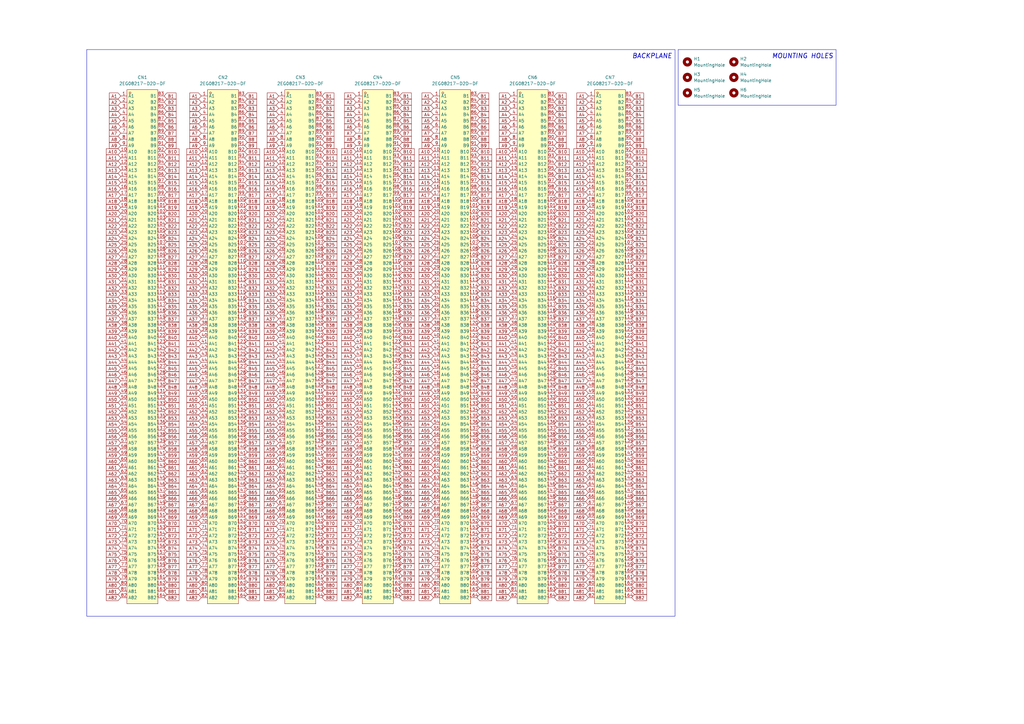
<source format=kicad_sch>
(kicad_sch (version 20250114) (generator "eeschema") (generator_version "9.0")
  (paper "A3")
  (title_block (title "Santa's Microfactory - Backplane") (date "2026-01-04") (company "Logan Peterson"))
  (rectangle (start 278.13 20.32) (end 342.9 43.18))
  (rectangle (start 35.56 20.32) (end 276.86 252.73))
  (text "MOUNTING HOLES" (at 329.184 23.114 0) (effects (font (size 1.905 1.905) (thickness 0.254) (bold yes) (italic yes))))
  (text "BACKPLANE" (at 267.462 23.114 0) (effects (font (size 1.905 1.905) (thickness 0.254) (bold yes) (italic yes))))
  (global_label "A47" (shape input) (at 146.05 156.21 180) (property "Intersheetrefs" "${INTERSHEET_REFS}" (effects (hide yes))))
  (global_label "B48" (shape input) (at 163.83 158.75 0) (property "Intersheetrefs" "${INTERSHEET_REFS}" (effects (hide yes))))
  (global_label "A48" (shape input) (at 146.05 158.75 180) (property "Intersheetrefs" "${INTERSHEET_REFS}" (effects (hide yes))))
  (global_label "A42" (shape input) (at 146.05 143.51 180) (property "Intersheetrefs" "${INTERSHEET_REFS}" (effects (hide yes))))
  (global_label "B27" (shape input) (at 259.08 105.41 0) (property "Intersheetrefs" "${INTERSHEET_REFS}" (effects (hide yes))))
  (global_label "A12" (shape input) (at 241.3 67.31 180) (property "Intersheetrefs" "${INTERSHEET_REFS}" (effects (hide yes))))
  (global_label "A31" (shape input) (at 146.05 115.57 180) (property "Intersheetrefs" "${INTERSHEET_REFS}" (effects (hide yes))))
  (global_label "A2" (shape input) (at 177.8 41.91 180) (property "Intersheetrefs" "${INTERSHEET_REFS}" (effects (hide yes))))
  (global_label "B22" (shape input) (at 163.83 92.71 0) (property "Intersheetrefs" "${INTERSHEET_REFS}" (effects (hide yes))))
  (global_label "A4" (shape input) (at 146.05 46.99 180) (property "Intersheetrefs" "${INTERSHEET_REFS}" (effects (hide yes))))
  (global_label "B63" (shape input) (at 67.31 196.85 0) (property "Intersheetrefs" "${INTERSHEET_REFS}" (effects (hide yes))))
  (global_label "B8" (shape input) (at 259.08 57.15 0) (property "Intersheetrefs" "${INTERSHEET_REFS}" (effects (hide yes))))
  (global_label "B55" (shape input) (at 100.33 176.53 0) (property "Intersheetrefs" "${INTERSHEET_REFS}" (effects (hide yes))))
  (global_label "B2" (shape input) (at 195.58 41.91 0) (property "Intersheetrefs" "${INTERSHEET_REFS}" (effects (hide yes))))
  (global_label "A68" (shape input) (at 49.53 209.55 180) (property "Intersheetrefs" "${INTERSHEET_REFS}" (effects (hide yes))))
  (global_label "A74" (shape input) (at 177.8 224.79 180) (property "Intersheetrefs" "${INTERSHEET_REFS}" (effects (hide yes))))
  (global_label "A22" (shape input) (at 177.8 92.71 180) (property "Intersheetrefs" "${INTERSHEET_REFS}" (effects (hide yes))))
  (global_label "B6" (shape input) (at 195.58 52.07 0) (property "Intersheetrefs" "${INTERSHEET_REFS}" (effects (hide yes))))
  (global_label "A28" (shape input) (at 82.55 107.95 180) (property "Intersheetrefs" "${INTERSHEET_REFS}" (effects (hide yes))))
  (global_label "A39" (shape input) (at 49.53 135.89 180) (property "Intersheetrefs" "${INTERSHEET_REFS}" (effects (hide yes))))
  (global_label "A25" (shape input) (at 177.8 100.33 180) (property "Intersheetrefs" "${INTERSHEET_REFS}" (effects (hide yes))))
  (global_label "B11" (shape input) (at 163.83 64.77 0) (property "Intersheetrefs" "${INTERSHEET_REFS}" (effects (hide yes))))
  (global_label "A59" (shape input) (at 177.8 186.69 180) (property "Intersheetrefs" "${INTERSHEET_REFS}" (effects (hide yes))))
  (global_label "A2" (shape input) (at 146.05 41.91 180) (property "Intersheetrefs" "${INTERSHEET_REFS}" (effects (hide yes))))
  (global_label "B65" (shape input) (at 100.33 201.93 0) (property "Intersheetrefs" "${INTERSHEET_REFS}" (effects (hide yes))))
  (global_label "B77" (shape input) (at 67.31 232.41 0) (property "Intersheetrefs" "${INTERSHEET_REFS}" (effects (hide yes))))
  (global_label "A1" (shape input) (at 146.05 39.37 180) (property "Intersheetrefs" "${INTERSHEET_REFS}" (effects (hide yes))))
  (global_label "B45" (shape input) (at 195.58 151.13 0) (property "Intersheetrefs" "${INTERSHEET_REFS}" (effects (hide yes))))
  (global_label "B30" (shape input) (at 227.33 113.03 0) (property "Intersheetrefs" "${INTERSHEET_REFS}" (effects (hide yes))))
  (global_label "A66" (shape input) (at 82.55 204.47 180) (property "Intersheetrefs" "${INTERSHEET_REFS}" (effects (hide yes))))
  (global_label "B78" (shape input) (at 67.31 234.95 0) (property "Intersheetrefs" "${INTERSHEET_REFS}" (effects (hide yes))))
  (global_label "B75" (shape input) (at 163.83 227.33 0) (property "Intersheetrefs" "${INTERSHEET_REFS}" (effects (hide yes))))
  (global_label "B4" (shape input) (at 227.33 46.99 0) (property "Intersheetrefs" "${INTERSHEET_REFS}" (effects (hide yes))))
  (global_label "B6" (shape input) (at 100.33 52.07 0) (property "Intersheetrefs" "${INTERSHEET_REFS}" (effects (hide yes))))
  (global_label "A45" (shape input) (at 146.05 151.13 180) (property "Intersheetrefs" "${INTERSHEET_REFS}" (effects (hide yes))))
  (global_label "B61" (shape input) (at 100.33 191.77 0) (property "Intersheetrefs" "${INTERSHEET_REFS}" (effects (hide yes))))
  (global_label "A56" (shape input) (at 241.3 179.07 180) (property "Intersheetrefs" "${INTERSHEET_REFS}" (effects (hide yes))))
  (global_label "B13" (shape input) (at 195.58 69.85 0) (property "Intersheetrefs" "${INTERSHEET_REFS}" (effects (hide yes))))
  (global_label "B78" (shape input) (at 100.33 234.95 0) (property "Intersheetrefs" "${INTERSHEET_REFS}" (effects (hide yes))))
  (global_label "B32" (shape input) (at 259.08 118.11 0) (property "Intersheetrefs" "${INTERSHEET_REFS}" (effects (hide yes))))
  (global_label "B59" (shape input) (at 100.33 186.69 0) (property "Intersheetrefs" "${INTERSHEET_REFS}" (effects (hide yes))))
  (global_label "B47" (shape input) (at 259.08 156.21 0) (property "Intersheetrefs" "${INTERSHEET_REFS}" (effects (hide yes))))
  (global_label "B55" (shape input) (at 163.83 176.53 0) (property "Intersheetrefs" "${INTERSHEET_REFS}" (effects (hide yes))))
  (global_label "B44" (shape input) (at 132.08 148.59 0) (property "Intersheetrefs" "${INTERSHEET_REFS}" (effects (hide yes))))
  (global_label "A79" (shape input) (at 49.53 237.49 180) (property "Intersheetrefs" "${INTERSHEET_REFS}" (effects (hide yes))))
  (global_label "B36" (shape input) (at 132.08 128.27 0) (property "Intersheetrefs" "${INTERSHEET_REFS}" (effects (hide yes))))
  (global_label "B53" (shape input) (at 100.33 171.45 0) (property "Intersheetrefs" "${INTERSHEET_REFS}" (effects (hide yes))))
  (global_label "A14" (shape input) (at 146.05 72.39 180) (property "Intersheetrefs" "${INTERSHEET_REFS}" (effects (hide yes))))
  (global_label "A47" (shape input) (at 177.8 156.21 180) (property "Intersheetrefs" "${INTERSHEET_REFS}" (effects (hide yes))))
  (global_label "A45" (shape input) (at 177.8 151.13 180) (property "Intersheetrefs" "${INTERSHEET_REFS}" (effects (hide yes))))
  (global_label "B63" (shape input) (at 163.83 196.85 0) (property "Intersheetrefs" "${INTERSHEET_REFS}" (effects (hide yes))))
  (global_label "A17" (shape input) (at 146.05 80.01 180) (property "Intersheetrefs" "${INTERSHEET_REFS}" (effects (hide yes))))
  (global_label "B72" (shape input) (at 67.31 219.71 0) (property "Intersheetrefs" "${INTERSHEET_REFS}" (effects (hide yes))))
  (global_label "A37" (shape input) (at 209.55 130.81 180) (property "Intersheetrefs" "${INTERSHEET_REFS}" (effects (hide yes))))
  (global_label "B3" (shape input) (at 259.08 44.45 0) (property "Intersheetrefs" "${INTERSHEET_REFS}" (effects (hide yes))))
  (global_label "B52" (shape input) (at 195.58 168.91 0) (property "Intersheetrefs" "${INTERSHEET_REFS}" (effects (hide yes))))
  (global_label "B52" (shape input) (at 100.33 168.91 0) (property "Intersheetrefs" "${INTERSHEET_REFS}" (effects (hide yes))))
  (global_label "A74" (shape input) (at 82.55 224.79 180) (property "Intersheetrefs" "${INTERSHEET_REFS}" (effects (hide yes))))
  (global_label "B73" (shape input) (at 163.83 222.25 0) (property "Intersheetrefs" "${INTERSHEET_REFS}" (effects (hide yes))))
  (global_label "B8" (shape input) (at 67.31 57.15 0) (property "Intersheetrefs" "${INTERSHEET_REFS}" (effects (hide yes))))
  (global_label "A11" (shape input) (at 146.05 64.77 180) (property "Intersheetrefs" "${INTERSHEET_REFS}" (effects (hide yes))))
  (global_label "B38" (shape input) (at 163.83 133.35 0) (property "Intersheetrefs" "${INTERSHEET_REFS}" (effects (hide yes))))
  (global_label "B20" (shape input) (at 227.33 87.63 0) (property "Intersheetrefs" "${INTERSHEET_REFS}" (effects (hide yes))))
  (global_label "A33" (shape input) (at 209.55 120.65 180) (property "Intersheetrefs" "${INTERSHEET_REFS}" (effects (hide yes))))
  (global_label "A55" (shape input) (at 82.55 176.53 180) (property "Intersheetrefs" "${INTERSHEET_REFS}" (effects (hide yes))))
  (global_label "B67" (shape input) (at 227.33 207.01 0) (property "Intersheetrefs" "${INTERSHEET_REFS}" (effects (hide yes))))
  (global_label "B16" (shape input) (at 100.33 77.47 0) (property "Intersheetrefs" "${INTERSHEET_REFS}" (effects (hide yes))))
  (global_label "B1" (shape input) (at 132.08 39.37 0) (property "Intersheetrefs" "${INTERSHEET_REFS}" (effects (hide yes))))
  (global_label "A12" (shape input) (at 177.8 67.31 180) (property "Intersheetrefs" "${INTERSHEET_REFS}" (effects (hide yes))))
  (global_label "A25" (shape input) (at 209.55 100.33 180) (property "Intersheetrefs" "${INTERSHEET_REFS}" (effects (hide yes))))
  (global_label "A55" (shape input) (at 241.3 176.53 180) (property "Intersheetrefs" "${INTERSHEET_REFS}" (effects (hide yes))))
  (global_label "B40" (shape input) (at 100.33 138.43 0) (property "Intersheetrefs" "${INTERSHEET_REFS}" (effects (hide yes))))
  (global_label "A62" (shape input) (at 146.05 194.31 180) (property "Intersheetrefs" "${INTERSHEET_REFS}" (effects (hide yes))))
  (global_label "A5" (shape input) (at 82.55 49.53 180) (property "Intersheetrefs" "${INTERSHEET_REFS}" (effects (hide yes))))
  (global_label "A44" (shape input) (at 49.53 148.59 180) (property "Intersheetrefs" "${INTERSHEET_REFS}" (effects (hide yes))))
  (global_label "B27" (shape input) (at 195.58 105.41 0) (property "Intersheetrefs" "${INTERSHEET_REFS}" (effects (hide yes))))
  (global_label "A60" (shape input) (at 177.8 189.23 180) (property "Intersheetrefs" "${INTERSHEET_REFS}" (effects (hide yes))))
  (global_label "B38" (shape input) (at 195.58 133.35 0) (property "Intersheetrefs" "${INTERSHEET_REFS}" (effects (hide yes))))
  (global_label "B75" (shape input) (at 259.08 227.33 0) (property "Intersheetrefs" "${INTERSHEET_REFS}" (effects (hide yes))))
  (global_label "B78" (shape input) (at 195.58 234.95 0) (property "Intersheetrefs" "${INTERSHEET_REFS}" (effects (hide yes))))
  (global_label "A68" (shape input) (at 146.05 209.55 180) (property "Intersheetrefs" "${INTERSHEET_REFS}" (effects (hide yes))))
  (global_label "B43" (shape input) (at 163.83 146.05 0) (property "Intersheetrefs" "${INTERSHEET_REFS}" (effects (hide yes))))
  (global_label "A57" (shape input) (at 49.53 181.61 180) (property "Intersheetrefs" "${INTERSHEET_REFS}" (effects (hide yes))))
  (global_label "B15" (shape input) (at 195.58 74.93 0) (property "Intersheetrefs" "${INTERSHEET_REFS}" (effects (hide yes))))
  (global_label "B11" (shape input) (at 100.33 64.77 0) (property "Intersheetrefs" "${INTERSHEET_REFS}" (effects (hide yes))))
  (global_label "A62" (shape input) (at 209.55 194.31 180) (property "Intersheetrefs" "${INTERSHEET_REFS}" (effects (hide yes))))
  (global_label "A70" (shape input) (at 49.53 214.63 180) (property "Intersheetrefs" "${INTERSHEET_REFS}" (effects (hide yes))))
  (global_label "B33" (shape input) (at 67.31 120.65 0) (property "Intersheetrefs" "${INTERSHEET_REFS}" (effects (hide yes))))
  (global_label "A75" (shape input) (at 146.05 227.33 180) (property "Intersheetrefs" "${INTERSHEET_REFS}" (effects (hide yes))))
  (global_label "B33" (shape input) (at 195.58 120.65 0) (property "Intersheetrefs" "${INTERSHEET_REFS}" (effects (hide yes))))
  (global_label "A60" (shape input) (at 241.3 189.23 180) (property "Intersheetrefs" "${INTERSHEET_REFS}" (effects (hide yes))))
  (global_label "B7" (shape input) (at 100.33 54.61 0) (property "Intersheetrefs" "${INTERSHEET_REFS}" (effects (hide yes))))
  (global_label "B7" (shape input) (at 67.31 54.61 0) (property "Intersheetrefs" "${INTERSHEET_REFS}" (effects (hide yes))))
  (global_label "B43" (shape input) (at 100.33 146.05 0) (property "Intersheetrefs" "${INTERSHEET_REFS}" (effects (hide yes))))
  (global_label "A43" (shape input) (at 177.8 146.05 180) (property "Intersheetrefs" "${INTERSHEET_REFS}" (effects (hide yes))))
  (global_label "B51" (shape input) (at 67.31 166.37 0) (property "Intersheetrefs" "${INTERSHEET_REFS}" (effects (hide yes))))
  (global_label "B69" (shape input) (at 100.33 212.09 0) (property "Intersheetrefs" "${INTERSHEET_REFS}" (effects (hide yes))))
  (global_label "A37" (shape input) (at 241.3 130.81 180) (property "Intersheetrefs" "${INTERSHEET_REFS}" (effects (hide yes))))
  (global_label "A65" (shape input) (at 114.3 201.93 180) (property "Intersheetrefs" "${INTERSHEET_REFS}" (effects (hide yes))))
  (global_label "A30" (shape input) (at 177.8 113.03 180) (property "Intersheetrefs" "${INTERSHEET_REFS}" (effects (hide yes))))
  (global_label "B41" (shape input) (at 163.83 140.97 0) (property "Intersheetrefs" "${INTERSHEET_REFS}" (effects (hide yes))))
  (global_label "A9" (shape input) (at 241.3 59.69 180) (property "Intersheetrefs" "${INTERSHEET_REFS}" (effects (hide yes))))
  (global_label "A17" (shape input) (at 82.55 80.01 180) (property "Intersheetrefs" "${INTERSHEET_REFS}" (effects (hide yes))))
  (global_label "A46" (shape input) (at 209.55 153.67 180) (property "Intersheetrefs" "${INTERSHEET_REFS}" (effects (hide yes))))
  (global_label "A76" (shape input) (at 49.53 229.87 180) (property "Intersheetrefs" "${INTERSHEET_REFS}" (effects (hide yes))))
  (global_label "A61" (shape input) (at 114.3 191.77 180) (property "Intersheetrefs" "${INTERSHEET_REFS}" (effects (hide yes))))
  (global_label "B70" (shape input) (at 163.83 214.63 0) (property "Intersheetrefs" "${INTERSHEET_REFS}" (effects (hide yes))))
  (global_label "A78" (shape input) (at 49.53 234.95 180) (property "Intersheetrefs" "${INTERSHEET_REFS}" (effects (hide yes))))
  (global_label "B77" (shape input) (at 195.58 232.41 0) (property "Intersheetrefs" "${INTERSHEET_REFS}" (effects (hide yes))))
  (global_label "B49" (shape input) (at 67.31 161.29 0) (property "Intersheetrefs" "${INTERSHEET_REFS}" (effects (hide yes))))
  (global_label "B82" (shape input) (at 132.08 245.11 0) (property "Intersheetrefs" "${INTERSHEET_REFS}" (effects (hide yes))))
  (global_label "B64" (shape input) (at 100.33 199.39 0) (property "Intersheetrefs" "${INTERSHEET_REFS}" (effects (hide yes))))
  (global_label "B16" (shape input) (at 227.33 77.47 0) (property "Intersheetrefs" "${INTERSHEET_REFS}" (effects (hide yes))))
  (global_label "B20" (shape input) (at 259.08 87.63 0) (property "Intersheetrefs" "${INTERSHEET_REFS}" (effects (hide yes))))
  (global_label "A9" (shape input) (at 49.53 59.69 180) (property "Intersheetrefs" "${INTERSHEET_REFS}" (effects (hide yes))))
  (global_label "A24" (shape input) (at 146.05 97.79 180) (property "Intersheetrefs" "${INTERSHEET_REFS}" (effects (hide yes))))
  (global_label "A71" (shape input) (at 177.8 217.17 180) (property "Intersheetrefs" "${INTERSHEET_REFS}" (effects (hide yes))))
  (global_label "B57" (shape input) (at 259.08 181.61 0) (property "Intersheetrefs" "${INTERSHEET_REFS}" (effects (hide yes))))
  (global_label "B62" (shape input) (at 100.33 194.31 0) (property "Intersheetrefs" "${INTERSHEET_REFS}" (effects (hide yes))))
  (global_label "B43" (shape input) (at 195.58 146.05 0) (property "Intersheetrefs" "${INTERSHEET_REFS}" (effects (hide yes))))
  (global_label "A9" (shape input) (at 114.3 59.69 180) (property "Intersheetrefs" "${INTERSHEET_REFS}" (effects (hide yes))))
  (global_label "A20" (shape input) (at 82.55 87.63 180) (property "Intersheetrefs" "${INTERSHEET_REFS}" (effects (hide yes))))
  (global_label "B53" (shape input) (at 259.08 171.45 0) (property "Intersheetrefs" "${INTERSHEET_REFS}" (effects (hide yes))))
  (global_label "A47" (shape input) (at 114.3 156.21 180) (property "Intersheetrefs" "${INTERSHEET_REFS}" (effects (hide yes))))
  (global_label "B34" (shape input) (at 132.08 123.19 0) (property "Intersheetrefs" "${INTERSHEET_REFS}" (effects (hide yes))))
  (global_label "B17" (shape input) (at 67.31 80.01 0) (property "Intersheetrefs" "${INTERSHEET_REFS}" (effects (hide yes))))
  (global_label "A6" (shape input) (at 82.55 52.07 180) (property "Intersheetrefs" "${INTERSHEET_REFS}" (effects (hide yes))))
  (global_label "A24" (shape input) (at 209.55 97.79 180) (property "Intersheetrefs" "${INTERSHEET_REFS}" (effects (hide yes))))
  (global_label "B5" (shape input) (at 195.58 49.53 0) (property "Intersheetrefs" "${INTERSHEET_REFS}" (effects (hide yes))))
  (global_label "A59" (shape input) (at 241.3 186.69 180) (property "Intersheetrefs" "${INTERSHEET_REFS}" (effects (hide yes))))
  (global_label "B51" (shape input) (at 195.58 166.37 0) (property "Intersheetrefs" "${INTERSHEET_REFS}" (effects (hide yes))))
  (global_label "A25" (shape input) (at 241.3 100.33 180) (property "Intersheetrefs" "${INTERSHEET_REFS}" (effects (hide yes))))
  (global_label "B70" (shape input) (at 100.33 214.63 0) (property "Intersheetrefs" "${INTERSHEET_REFS}" (effects (hide yes))))
  (global_label "A18" (shape input) (at 177.8 82.55 180) (property "Intersheetrefs" "${INTERSHEET_REFS}" (effects (hide yes))))
  (global_label "B32" (shape input) (at 132.08 118.11 0) (property "Intersheetrefs" "${INTERSHEET_REFS}" (effects (hide yes))))
  (global_label "B1" (shape input) (at 100.33 39.37 0) (property "Intersheetrefs" "${INTERSHEET_REFS}" (effects (hide yes))))
  (global_label "A24" (shape input) (at 177.8 97.79 180) (property "Intersheetrefs" "${INTERSHEET_REFS}" (effects (hide yes))))
  (global_label "B59" (shape input) (at 195.58 186.69 0) (property "Intersheetrefs" "${INTERSHEET_REFS}" (effects (hide yes))))
  (global_label "A36" (shape input) (at 209.55 128.27 180) (property "Intersheetrefs" "${INTERSHEET_REFS}" (effects (hide yes))))
  (global_label "B52" (shape input) (at 259.08 168.91 0) (property "Intersheetrefs" "${INTERSHEET_REFS}" (effects (hide yes))))
  (global_label "A30" (shape input) (at 209.55 113.03 180) (property "Intersheetrefs" "${INTERSHEET_REFS}" (effects (hide yes))))
  (global_label "B58" (shape input) (at 132.08 184.15 0) (property "Intersheetrefs" "${INTERSHEET_REFS}" (effects (hide yes))))
  (global_label "B48" (shape input) (at 100.33 158.75 0) (property "Intersheetrefs" "${INTERSHEET_REFS}" (effects (hide yes))))
  (global_label "B10" (shape input) (at 227.33 62.23 0) (property "Intersheetrefs" "${INTERSHEET_REFS}" (effects (hide yes))))
  (global_label "B49" (shape input) (at 259.08 161.29 0) (property "Intersheetrefs" "${INTERSHEET_REFS}" (effects (hide yes))))
  (global_label "A55" (shape input) (at 49.53 176.53 180) (property "Intersheetrefs" "${INTERSHEET_REFS}" (effects (hide yes))))
  (global_label "B74" (shape input) (at 227.33 224.79 0) (property "Intersheetrefs" "${INTERSHEET_REFS}" (effects (hide yes))))
  (global_label "B80" (shape input) (at 195.58 240.03 0) (property "Intersheetrefs" "${INTERSHEET_REFS}" (effects (hide yes))))
  (global_label "A68" (shape input) (at 82.55 209.55 180) (property "Intersheetrefs" "${INTERSHEET_REFS}" (effects (hide yes))))
  (global_label "B33" (shape input) (at 227.33 120.65 0) (property "Intersheetrefs" "${INTERSHEET_REFS}" (effects (hide yes))))
  (global_label "B35" (shape input) (at 100.33 125.73 0) (property "Intersheetrefs" "${INTERSHEET_REFS}" (effects (hide yes))))
  (global_label "A11" (shape input) (at 82.55 64.77 180) (property "Intersheetrefs" "${INTERSHEET_REFS}" (effects (hide yes))))
  (global_label "A66" (shape input) (at 114.3 204.47 180) (property "Intersheetrefs" "${INTERSHEET_REFS}" (effects (hide yes))))
  (global_label "B56" (shape input) (at 259.08 179.07 0) (property "Intersheetrefs" "${INTERSHEET_REFS}" (effects (hide yes))))
  (global_label "A78" (shape input) (at 177.8 234.95 180) (property "Intersheetrefs" "${INTERSHEET_REFS}" (effects (hide yes))))
  (global_label "A39" (shape input) (at 241.3 135.89 180) (property "Intersheetrefs" "${INTERSHEET_REFS}" (effects (hide yes))))
  (global_label "A70" (shape input) (at 177.8 214.63 180) (property "Intersheetrefs" "${INTERSHEET_REFS}" (effects (hide yes))))
  (global_label "B36" (shape input) (at 195.58 128.27 0) (property "Intersheetrefs" "${INTERSHEET_REFS}" (effects (hide yes))))
  (global_label "A45" (shape input) (at 241.3 151.13 180) (property "Intersheetrefs" "${INTERSHEET_REFS}" (effects (hide yes))))
  (global_label "A50" (shape input) (at 241.3 163.83 180) (property "Intersheetrefs" "${INTERSHEET_REFS}" (effects (hide yes))))
  (global_label "A71" (shape input) (at 241.3 217.17 180) (property "Intersheetrefs" "${INTERSHEET_REFS}" (effects (hide yes))))
  (global_label "B78" (shape input) (at 132.08 234.95 0) (property "Intersheetrefs" "${INTERSHEET_REFS}" (effects (hide yes))))
  (global_label "A50" (shape input) (at 49.53 163.83 180) (property "Intersheetrefs" "${INTERSHEET_REFS}" (effects (hide yes))))
  (global_label "B4" (shape input) (at 100.33 46.99 0) (property "Intersheetrefs" "${INTERSHEET_REFS}" (effects (hide yes))))
  (global_label "A20" (shape input) (at 209.55 87.63 180) (property "Intersheetrefs" "${INTERSHEET_REFS}" (effects (hide yes))))
  (global_label "B47" (shape input) (at 163.83 156.21 0) (property "Intersheetrefs" "${INTERSHEET_REFS}" (effects (hide yes))))
  (global_label "B31" (shape input) (at 67.31 115.57 0) (property "Intersheetrefs" "${INTERSHEET_REFS}" (effects (hide yes))))
  (global_label "A64" (shape input) (at 49.53 199.39 180) (property "Intersheetrefs" "${INTERSHEET_REFS}" (effects (hide yes))))
  (global_label "A3" (shape input) (at 209.55 44.45 180) (property "Intersheetrefs" "${INTERSHEET_REFS}" (effects (hide yes))))
  (global_label "A41" (shape input) (at 82.55 140.97 180) (property "Intersheetrefs" "${INTERSHEET_REFS}" (effects (hide yes))))
  (global_label "B64" (shape input) (at 132.08 199.39 0) (property "Intersheetrefs" "${INTERSHEET_REFS}" (effects (hide yes))))
  (global_label "A23" (shape input) (at 241.3 95.25 180) (property "Intersheetrefs" "${INTERSHEET_REFS}" (effects (hide yes))))
  (global_label "A61" (shape input) (at 82.55 191.77 180) (property "Intersheetrefs" "${INTERSHEET_REFS}" (effects (hide yes))))
  (global_label "A76" (shape input) (at 82.55 229.87 180) (property "Intersheetrefs" "${INTERSHEET_REFS}" (effects (hide yes))))
  (global_label "A82" (shape input) (at 114.3 245.11 180) (property "Intersheetrefs" "${INTERSHEET_REFS}" (effects (hide yes))))
  (global_label "A35" (shape input) (at 177.8 125.73 180) (property "Intersheetrefs" "${INTERSHEET_REFS}" (effects (hide yes))))
  (global_label "A4" (shape input) (at 209.55 46.99 180) (property "Intersheetrefs" "${INTERSHEET_REFS}" (effects (hide yes))))
  (global_label "B47" (shape input) (at 67.31 156.21 0) (property "Intersheetrefs" "${INTERSHEET_REFS}" (effects (hide yes))))
  (global_label "B43" (shape input) (at 67.31 146.05 0) (property "Intersheetrefs" "${INTERSHEET_REFS}" (effects (hide yes))))
  (global_label "A38" (shape input) (at 146.05 133.35 180) (property "Intersheetrefs" "${INTERSHEET_REFS}" (effects (hide yes))))
  (global_label "A14" (shape input) (at 82.55 72.39 180) (property "Intersheetrefs" "${INTERSHEET_REFS}" (effects (hide yes))))
  (global_label "A43" (shape input) (at 82.55 146.05 180) (property "Intersheetrefs" "${INTERSHEET_REFS}" (effects (hide yes))))
  (global_label "B28" (shape input) (at 132.08 107.95 0) (property "Intersheetrefs" "${INTERSHEET_REFS}" (effects (hide yes))))
  (global_label "B40" (shape input) (at 195.58 138.43 0) (property "Intersheetrefs" "${INTERSHEET_REFS}" (effects (hide yes))))
  (global_label "B23" (shape input) (at 163.83 95.25 0) (property "Intersheetrefs" "${INTERSHEET_REFS}" (effects (hide yes))))
  (global_label "A67" (shape input) (at 114.3 207.01 180) (property "Intersheetrefs" "${INTERSHEET_REFS}" (effects (hide yes))))
  (global_label "A70" (shape input) (at 146.05 214.63 180) (property "Intersheetrefs" "${INTERSHEET_REFS}" (effects (hide yes))))
  (global_label "B38" (shape input) (at 67.31 133.35 0) (property "Intersheetrefs" "${INTERSHEET_REFS}" (effects (hide yes))))
  (global_label "A54" (shape input) (at 241.3 173.99 180) (property "Intersheetrefs" "${INTERSHEET_REFS}" (effects (hide yes))))
  (global_label "B50" (shape input) (at 100.33 163.83 0) (property "Intersheetrefs" "${INTERSHEET_REFS}" (effects (hide yes))))
  (global_label "A49" (shape input) (at 82.55 161.29 180) (property "Intersheetrefs" "${INTERSHEET_REFS}" (effects (hide yes))))
  (global_label "B68" (shape input) (at 100.33 209.55 0) (property "Intersheetrefs" "${INTERSHEET_REFS}" (effects (hide yes))))
  (global_label "B81" (shape input) (at 100.33 242.57 0) (property "Intersheetrefs" "${INTERSHEET_REFS}" (effects (hide yes))))
  (global_label "B44" (shape input) (at 67.31 148.59 0) (property "Intersheetrefs" "${INTERSHEET_REFS}" (effects (hide yes))))
  (global_label "B77" (shape input) (at 163.83 232.41 0) (property "Intersheetrefs" "${INTERSHEET_REFS}" (effects (hide yes))))
  (global_label "A74" (shape input) (at 114.3 224.79 180) (property "Intersheetrefs" "${INTERSHEET_REFS}" (effects (hide yes))))
  (global_label "A30" (shape input) (at 82.55 113.03 180) (property "Intersheetrefs" "${INTERSHEET_REFS}" (effects (hide yes))))
  (global_label "A73" (shape input) (at 209.55 222.25 180) (property "Intersheetrefs" "${INTERSHEET_REFS}" (effects (hide yes))))
  (global_label "A7" (shape input) (at 82.55 54.61 180) (property "Intersheetrefs" "${INTERSHEET_REFS}" (effects (hide yes))))
  (global_label "A43" (shape input) (at 49.53 146.05 180) (property "Intersheetrefs" "${INTERSHEET_REFS}" (effects (hide yes))))
  (global_label "A66" (shape input) (at 241.3 204.47 180) (property "Intersheetrefs" "${INTERSHEET_REFS}" (effects (hide yes))))
  (global_label "B82" (shape input) (at 67.31 245.11 0) (property "Intersheetrefs" "${INTERSHEET_REFS}" (effects (hide yes))))
  (global_label "B43" (shape input) (at 132.08 146.05 0) (property "Intersheetrefs" "${INTERSHEET_REFS}" (effects (hide yes))))
  (global_label "A46" (shape input) (at 241.3 153.67 180) (property "Intersheetrefs" "${INTERSHEET_REFS}" (effects (hide yes))))
  (global_label "B68" (shape input) (at 67.31 209.55 0) (property "Intersheetrefs" "${INTERSHEET_REFS}" (effects (hide yes))))
  (global_label "B24" (shape input) (at 227.33 97.79 0) (property "Intersheetrefs" "${INTERSHEET_REFS}" (effects (hide yes))))
  (global_label "B45" (shape input) (at 163.83 151.13 0) (property "Intersheetrefs" "${INTERSHEET_REFS}" (effects (hide yes))))
  (global_label "B49" (shape input) (at 132.08 161.29 0) (property "Intersheetrefs" "${INTERSHEET_REFS}" (effects (hide yes))))
  (global_label "A1" (shape input) (at 114.3 39.37 180) (property "Intersheetrefs" "${INTERSHEET_REFS}" (effects (hide yes))))
  (global_label "B68" (shape input) (at 195.58 209.55 0) (property "Intersheetrefs" "${INTERSHEET_REFS}" (effects (hide yes))))
  (global_label "A42" (shape input) (at 114.3 143.51 180) (property "Intersheetrefs" "${INTERSHEET_REFS}" (effects (hide yes))))
  (global_label "A67" (shape input) (at 241.3 207.01 180) (property "Intersheetrefs" "${INTERSHEET_REFS}" (effects (hide yes))))
  (global_label "B62" (shape input) (at 195.58 194.31 0) (property "Intersheetrefs" "${INTERSHEET_REFS}" (effects (hide yes))))
  (global_label "B36" (shape input) (at 67.31 128.27 0) (property "Intersheetrefs" "${INTERSHEET_REFS}" (effects (hide yes))))
  (global_label "A19" (shape input) (at 82.55 85.09 180) (property "Intersheetrefs" "${INTERSHEET_REFS}" (effects (hide yes))))
  (global_label "A33" (shape input) (at 146.05 120.65 180) (property "Intersheetrefs" "${INTERSHEET_REFS}" (effects (hide yes))))
  (global_label "A8" (shape input) (at 49.53 57.15 180) (property "Intersheetrefs" "${INTERSHEET_REFS}" (effects (hide yes))))
  (global_label "B28" (shape input) (at 100.33 107.95 0) (property "Intersheetrefs" "${INTERSHEET_REFS}" (effects (hide yes))))
  (global_label "A70" (shape input) (at 241.3 214.63 180) (property "Intersheetrefs" "${INTERSHEET_REFS}" (effects (hide yes))))
  (global_label "A56" (shape input) (at 177.8 179.07 180) (property "Intersheetrefs" "${INTERSHEET_REFS}" (effects (hide yes))))
  (global_label "B31" (shape input) (at 259.08 115.57 0) (property "Intersheetrefs" "${INTERSHEET_REFS}" (effects (hide yes))))
  (global_label "A37" (shape input) (at 114.3 130.81 180) (property "Intersheetrefs" "${INTERSHEET_REFS}" (effects (hide yes))))
  (global_label "B47" (shape input) (at 132.08 156.21 0) (property "Intersheetrefs" "${INTERSHEET_REFS}" (effects (hide yes))))
  (global_label "B9" (shape input) (at 195.58 59.69 0) (property "Intersheetrefs" "${INTERSHEET_REFS}" (effects (hide yes))))
  (global_label "B77" (shape input) (at 259.08 232.41 0) (property "Intersheetrefs" "${INTERSHEET_REFS}" (effects (hide yes))))
  (global_label "B77" (shape input) (at 132.08 232.41 0) (property "Intersheetrefs" "${INTERSHEET_REFS}" (effects (hide yes))))
  (global_label "A51" (shape input) (at 114.3 166.37 180) (property "Intersheetrefs" "${INTERSHEET_REFS}" (effects (hide yes))))
  (global_label "B7" (shape input) (at 163.83 54.61 0) (property "Intersheetrefs" "${INTERSHEET_REFS}" (effects (hide yes))))
  (global_label "B12" (shape input) (at 132.08 67.31 0) (property "Intersheetrefs" "${INTERSHEET_REFS}" (effects (hide yes))))
  (global_label "A36" (shape input) (at 241.3 128.27 180) (property "Intersheetrefs" "${INTERSHEET_REFS}" (effects (hide yes))))
  (global_label "A54" (shape input) (at 114.3 173.99 180) (property "Intersheetrefs" "${INTERSHEET_REFS}" (effects (hide yes))))
  (global_label "A53" (shape input) (at 177.8 171.45 180) (property "Intersheetrefs" "${INTERSHEET_REFS}" (effects (hide yes))))
  (global_label "B73" (shape input) (at 67.31 222.25 0) (property "Intersheetrefs" "${INTERSHEET_REFS}" (effects (hide yes))))
  (global_label "B78" (shape input) (at 227.33 234.95 0) (property "Intersheetrefs" "${INTERSHEET_REFS}" (effects (hide yes))))
  (global_label "B8" (shape input) (at 100.33 57.15 0) (property "Intersheetrefs" "${INTERSHEET_REFS}" (effects (hide yes))))
  (global_label "B10" (shape input) (at 163.83 62.23 0) (property "Intersheetrefs" "${INTERSHEET_REFS}" (effects (hide yes))))
  (global_label "A71" (shape input) (at 114.3 217.17 180) (property "Intersheetrefs" "${INTERSHEET_REFS}" (effects (hide yes))))
  (global_label "A73" (shape input) (at 241.3 222.25 180) (property "Intersheetrefs" "${INTERSHEET_REFS}" (effects (hide yes))))
  (global_label "B60" (shape input) (at 132.08 189.23 0) (property "Intersheetrefs" "${INTERSHEET_REFS}" (effects (hide yes))))
  (global_label "A30" (shape input) (at 49.53 113.03 180) (property "Intersheetrefs" "${INTERSHEET_REFS}" (effects (hide yes))))
  (global_label "A69" (shape input) (at 146.05 212.09 180) (property "Intersheetrefs" "${INTERSHEET_REFS}" (effects (hide yes))))
  (global_label "A76" (shape input) (at 209.55 229.87 180) (property "Intersheetrefs" "${INTERSHEET_REFS}" (effects (hide yes))))
  (global_label "A45" (shape input) (at 49.53 151.13 180) (property "Intersheetrefs" "${INTERSHEET_REFS}" (effects (hide yes))))
  (global_label "A34" (shape input) (at 82.55 123.19 180) (property "Intersheetrefs" "${INTERSHEET_REFS}" (effects (hide yes))))
  (global_label "B63" (shape input) (at 259.08 196.85 0) (property "Intersheetrefs" "${INTERSHEET_REFS}" (effects (hide yes))))
  (global_label "A82" (shape input) (at 241.3 245.11 180) (property "Intersheetrefs" "${INTERSHEET_REFS}" (effects (hide yes))))
  (global_label "A50" (shape input) (at 82.55 163.83 180) (property "Intersheetrefs" "${INTERSHEET_REFS}" (effects (hide yes))))
  (global_label "A40" (shape input) (at 209.55 138.43 180) (property "Intersheetrefs" "${INTERSHEET_REFS}" (effects (hide yes))))
  (global_label "A73" (shape input) (at 146.05 222.25 180) (property "Intersheetrefs" "${INTERSHEET_REFS}" (effects (hide yes))))
  (global_label "B39" (shape input) (at 259.08 135.89 0) (property "Intersheetrefs" "${INTERSHEET_REFS}" (effects (hide yes))))
  (global_label "B37" (shape input) (at 163.83 130.81 0) (property "Intersheetrefs" "${INTERSHEET_REFS}" (effects (hide yes))))
  (global_label "B81" (shape input) (at 227.33 242.57 0) (property "Intersheetrefs" "${INTERSHEET_REFS}" (effects (hide yes))))
  (global_label "A44" (shape input) (at 177.8 148.59 180) (property "Intersheetrefs" "${INTERSHEET_REFS}" (effects (hide yes))))
  (global_label "B9" (shape input) (at 259.08 59.69 0) (property "Intersheetrefs" "${INTERSHEET_REFS}" (effects (hide yes))))
  (global_label "A46" (shape input) (at 114.3 153.67 180) (property "Intersheetrefs" "${INTERSHEET_REFS}" (effects (hide yes))))
  (global_label "B24" (shape input) (at 100.33 97.79 0) (property "Intersheetrefs" "${INTERSHEET_REFS}" (effects (hide yes))))
  (global_label "A8" (shape input) (at 114.3 57.15 180) (property "Intersheetrefs" "${INTERSHEET_REFS}" (effects (hide yes))))
  (global_label "A35" (shape input) (at 146.05 125.73 180) (property "Intersheetrefs" "${INTERSHEET_REFS}" (effects (hide yes))))
  (global_label "B38" (shape input) (at 227.33 133.35 0) (property "Intersheetrefs" "${INTERSHEET_REFS}" (effects (hide yes))))
  (global_label "B66" (shape input) (at 67.31 204.47 0) (property "Intersheetrefs" "${INTERSHEET_REFS}" (effects (hide yes))))
  (global_label "B69" (shape input) (at 259.08 212.09 0) (property "Intersheetrefs" "${INTERSHEET_REFS}" (effects (hide yes))))
  (global_label "A68" (shape input) (at 114.3 209.55 180) (property "Intersheetrefs" "${INTERSHEET_REFS}" (effects (hide yes))))
  (global_label "B81" (shape input) (at 67.31 242.57 0) (property "Intersheetrefs" "${INTERSHEET_REFS}" (effects (hide yes))))
  (global_label "A39" (shape input) (at 146.05 135.89 180) (property "Intersheetrefs" "${INTERSHEET_REFS}" (effects (hide yes))))
  (global_label "A5" (shape input) (at 49.53 49.53 180) (property "Intersheetrefs" "${INTERSHEET_REFS}" (effects (hide yes))))
  (global_label "B13" (shape input) (at 227.33 69.85 0) (property "Intersheetrefs" "${INTERSHEET_REFS}" (effects (hide yes))))
  (global_label "A47" (shape input) (at 49.53 156.21 180) (property "Intersheetrefs" "${INTERSHEET_REFS}" (effects (hide yes))))
  (global_label "A55" (shape input) (at 146.05 176.53 180) (property "Intersheetrefs" "${INTERSHEET_REFS}" (effects (hide yes))))
  (global_label "A58" (shape input) (at 49.53 184.15 180) (property "Intersheetrefs" "${INTERSHEET_REFS}" (effects (hide yes))))
  (global_label "B73" (shape input) (at 227.33 222.25 0) (property "Intersheetrefs" "${INTERSHEET_REFS}" (effects (hide yes))))
  (global_label "A43" (shape input) (at 146.05 146.05 180) (property "Intersheetrefs" "${INTERSHEET_REFS}" (effects (hide yes))))
  (global_label "A10" (shape input) (at 241.3 62.23 180) (property "Intersheetrefs" "${INTERSHEET_REFS}" (effects (hide yes))))
  (global_label "B74" (shape input) (at 67.31 224.79 0) (property "Intersheetrefs" "${INTERSHEET_REFS}" (effects (hide yes))))
  (global_label "B34" (shape input) (at 100.33 123.19 0) (property "Intersheetrefs" "${INTERSHEET_REFS}" (effects (hide yes))))
  (global_label "A38" (shape input) (at 177.8 133.35 180) (property "Intersheetrefs" "${INTERSHEET_REFS}" (effects (hide yes))))
  (global_label "B51" (shape input) (at 132.08 166.37 0) (property "Intersheetrefs" "${INTERSHEET_REFS}" (effects (hide yes))))
  (global_label "A64" (shape input) (at 82.55 199.39 180) (property "Intersheetrefs" "${INTERSHEET_REFS}" (effects (hide yes))))
  (global_label "A76" (shape input) (at 241.3 229.87 180) (property "Intersheetrefs" "${INTERSHEET_REFS}" (effects (hide yes))))
  (global_label "A3" (shape input) (at 82.55 44.45 180) (property "Intersheetrefs" "${INTERSHEET_REFS}" (effects (hide yes))))
  (global_label "A54" (shape input) (at 49.53 173.99 180) (property "Intersheetrefs" "${INTERSHEET_REFS}" (effects (hide yes))))
  (global_label "A8" (shape input) (at 241.3 57.15 180) (property "Intersheetrefs" "${INTERSHEET_REFS}" (effects (hide yes))))
  (global_label "B56" (shape input) (at 195.58 179.07 0) (property "Intersheetrefs" "${INTERSHEET_REFS}" (effects (hide yes))))
  (global_label "A42" (shape input) (at 82.55 143.51 180) (property "Intersheetrefs" "${INTERSHEET_REFS}" (effects (hide yes))))
  (global_label "B49" (shape input) (at 227.33 161.29 0) (property "Intersheetrefs" "${INTERSHEET_REFS}" (effects (hide yes))))
  (global_label "B15" (shape input) (at 227.33 74.93 0) (property "Intersheetrefs" "${INTERSHEET_REFS}" (effects (hide yes))))
  (global_label "B61" (shape input) (at 195.58 191.77 0) (property "Intersheetrefs" "${INTERSHEET_REFS}" (effects (hide yes))))
  (global_label "A8" (shape input) (at 146.05 57.15 180) (property "Intersheetrefs" "${INTERSHEET_REFS}" (effects (hide yes))))
  (global_label "B62" (shape input) (at 67.31 194.31 0) (property "Intersheetrefs" "${INTERSHEET_REFS}" (effects (hide yes))))
  (global_label "B37" (shape input) (at 195.58 130.81 0) (property "Intersheetrefs" "${INTERSHEET_REFS}" (effects (hide yes))))
  (global_label "A64" (shape input) (at 241.3 199.39 180) (property "Intersheetrefs" "${INTERSHEET_REFS}" (effects (hide yes))))
  (global_label "B54" (shape input) (at 132.08 173.99 0) (property "Intersheetrefs" "${INTERSHEET_REFS}" (effects (hide yes))))
  (global_label "B59" (shape input) (at 227.33 186.69 0) (property "Intersheetrefs" "${INTERSHEET_REFS}" (effects (hide yes))))
  (global_label "A71" (shape input) (at 82.55 217.17 180) (property "Intersheetrefs" "${INTERSHEET_REFS}" (effects (hide yes))))
  (global_label "A38" (shape input) (at 49.53 133.35 180) (property "Intersheetrefs" "${INTERSHEET_REFS}" (effects (hide yes))))
  (global_label "A63" (shape input) (at 114.3 196.85 180) (property "Intersheetrefs" "${INTERSHEET_REFS}" (effects (hide yes))))
  (global_label "B55" (shape input) (at 67.31 176.53 0) (property "Intersheetrefs" "${INTERSHEET_REFS}" (effects (hide yes))))
  (global_label "B9" (shape input) (at 132.08 59.69 0) (property "Intersheetrefs" "${INTERSHEET_REFS}" (effects (hide yes))))
  (global_label "B46" (shape input) (at 132.08 153.67 0) (property "Intersheetrefs" "${INTERSHEET_REFS}" (effects (hide yes))))
  (global_label "B21" (shape input) (at 67.31 90.17 0) (property "Intersheetrefs" "${INTERSHEET_REFS}" (effects (hide yes))))
  (global_label "A58" (shape input) (at 114.3 184.15 180) (property "Intersheetrefs" "${INTERSHEET_REFS}" (effects (hide yes))))
  (global_label "B43" (shape input) (at 259.08 146.05 0) (property "Intersheetrefs" "${INTERSHEET_REFS}" (effects (hide yes))))
  (global_label "A37" (shape input) (at 49.53 130.81 180) (property "Intersheetrefs" "${INTERSHEET_REFS}" (effects (hide yes))))
  (global_label "B65" (shape input) (at 195.58 201.93 0) (property "Intersheetrefs" "${INTERSHEET_REFS}" (effects (hide yes))))
  (global_label "A47" (shape input) (at 209.55 156.21 180) (property "Intersheetrefs" "${INTERSHEET_REFS}" (effects (hide yes))))
  (global_label "B50" (shape input) (at 132.08 163.83 0) (property "Intersheetrefs" "${INTERSHEET_REFS}" (effects (hide yes))))
  (global_label "B81" (shape input) (at 195.58 242.57 0) (property "Intersheetrefs" "${INTERSHEET_REFS}" (effects (hide yes))))
  (global_label "B15" (shape input) (at 100.33 74.93 0) (property "Intersheetrefs" "${INTERSHEET_REFS}" (effects (hide yes))))
  (global_label "B76" (shape input) (at 67.31 229.87 0) (property "Intersheetrefs" "${INTERSHEET_REFS}" (effects (hide yes))))
  (global_label "B45" (shape input) (at 132.08 151.13 0) (property "Intersheetrefs" "${INTERSHEET_REFS}" (effects (hide yes))))
  (global_label "A81" (shape input) (at 146.05 242.57 180) (property "Intersheetrefs" "${INTERSHEET_REFS}" (effects (hide yes))))
  (global_label "A54" (shape input) (at 209.55 173.99 180) (property "Intersheetrefs" "${INTERSHEET_REFS}" (effects (hide yes))))
  (global_label "B63" (shape input) (at 195.58 196.85 0) (property "Intersheetrefs" "${INTERSHEET_REFS}" (effects (hide yes))))
  (global_label "B66" (shape input) (at 100.33 204.47 0) (property "Intersheetrefs" "${INTERSHEET_REFS}" (effects (hide yes))))
  (global_label "B4" (shape input) (at 67.31 46.99 0) (property "Intersheetrefs" "${INTERSHEET_REFS}" (effects (hide yes))))
  (global_label "A41" (shape input) (at 177.8 140.97 180) (property "Intersheetrefs" "${INTERSHEET_REFS}" (effects (hide yes))))
  (global_label "B12" (shape input) (at 163.83 67.31 0) (property "Intersheetrefs" "${INTERSHEET_REFS}" (effects (hide yes))))
  (global_label "B50" (shape input) (at 259.08 163.83 0) (property "Intersheetrefs" "${INTERSHEET_REFS}" (effects (hide yes))))
  (global_label "A30" (shape input) (at 114.3 113.03 180) (property "Intersheetrefs" "${INTERSHEET_REFS}" (effects (hide yes))))
  (global_label "A72" (shape input) (at 177.8 219.71 180) (property "Intersheetrefs" "${INTERSHEET_REFS}" (effects (hide yes))))
  (global_label "B64" (shape input) (at 67.31 199.39 0) (property "Intersheetrefs" "${INTERSHEET_REFS}" (effects (hide yes))))
  (global_label "B60" (shape input) (at 67.31 189.23 0) (property "Intersheetrefs" "${INTERSHEET_REFS}" (effects (hide yes))))
  (global_label "A65" (shape input) (at 209.55 201.93 180) (property "Intersheetrefs" "${INTERSHEET_REFS}" (effects (hide yes))))
  (global_label "B18" (shape input) (at 195.58 82.55 0) (property "Intersheetrefs" "${INTERSHEET_REFS}" (effects (hide yes))))
  (global_label "A33" (shape input) (at 82.55 120.65 180) (property "Intersheetrefs" "${INTERSHEET_REFS}" (effects (hide yes))))
  (global_label "B25" (shape input) (at 67.31 100.33 0) (property "Intersheetrefs" "${INTERSHEET_REFS}" (effects (hide yes))))
  (global_label "B69" (shape input) (at 132.08 212.09 0) (property "Intersheetrefs" "${INTERSHEET_REFS}" (effects (hide yes))))
  (global_label "B26" (shape input) (at 100.33 102.87 0) (property "Intersheetrefs" "${INTERSHEET_REFS}" (effects (hide yes))))
  (global_label "A31" (shape input) (at 114.3 115.57 180) (property "Intersheetrefs" "${INTERSHEET_REFS}" (effects (hide yes))))
  (global_label "A56" (shape input) (at 82.55 179.07 180) (property "Intersheetrefs" "${INTERSHEET_REFS}" (effects (hide yes))))
  (global_label "B50" (shape input) (at 163.83 163.83 0) (property "Intersheetrefs" "${INTERSHEET_REFS}" (effects (hide yes))))
  (global_label "A78" (shape input) (at 146.05 234.95 180) (property "Intersheetrefs" "${INTERSHEET_REFS}" (effects (hide yes))))
  (global_label "B42" (shape input) (at 259.08 143.51 0) (property "Intersheetrefs" "${INTERSHEET_REFS}" (effects (hide yes))))
  (global_label "A13" (shape input) (at 49.53 69.85 180) (property "Intersheetrefs" "${INTERSHEET_REFS}" (effects (hide yes))))
  (global_label "A22" (shape input) (at 82.55 92.71 180) (property "Intersheetrefs" "${INTERSHEET_REFS}" (effects (hide yes))))
  (global_label "B38" (shape input) (at 259.08 133.35 0) (property "Intersheetrefs" "${INTERSHEET_REFS}" (effects (hide yes))))
  (global_label "B80" (shape input) (at 67.31 240.03 0) (property "Intersheetrefs" "${INTERSHEET_REFS}" (effects (hide yes))))
  (global_label "B63" (shape input) (at 227.33 196.85 0) (property "Intersheetrefs" "${INTERSHEET_REFS}" (effects (hide yes))))
  (global_label "B57" (shape input) (at 227.33 181.61 0) (property "Intersheetrefs" "${INTERSHEET_REFS}" (effects (hide yes))))
  (global_label "A69" (shape input) (at 49.53 212.09 180) (property "Intersheetrefs" "${INTERSHEET_REFS}" (effects (hide yes))))
  (global_label "B3" (shape input) (at 163.83 44.45 0) (property "Intersheetrefs" "${INTERSHEET_REFS}" (effects (hide yes))))
  (global_label "B58" (shape input) (at 100.33 184.15 0) (property "Intersheetrefs" "${INTERSHEET_REFS}" (effects (hide yes))))
  (global_label "A20" (shape input) (at 49.53 87.63 180) (property "Intersheetrefs" "${INTERSHEET_REFS}" (effects (hide yes))))
  (global_label "B44" (shape input) (at 259.08 148.59 0) (property "Intersheetrefs" "${INTERSHEET_REFS}" (effects (hide yes))))
  (global_label "B48" (shape input) (at 67.31 158.75 0) (property "Intersheetrefs" "${INTERSHEET_REFS}" (effects (hide yes))))
  (global_label "A40" (shape input) (at 146.05 138.43 180) (property "Intersheetrefs" "${INTERSHEET_REFS}" (effects (hide yes))))
  (global_label "A72" (shape input) (at 82.55 219.71 180) (property "Intersheetrefs" "${INTERSHEET_REFS}" (effects (hide yes))))
  (global_label "A48" (shape input) (at 209.55 158.75 180) (property "Intersheetrefs" "${INTERSHEET_REFS}" (effects (hide yes))))
  (global_label "A27" (shape input) (at 49.53 105.41 180) (property "Intersheetrefs" "${INTERSHEET_REFS}" (effects (hide yes))))
  (global_label "B12" (shape input) (at 100.33 67.31 0) (property "Intersheetrefs" "${INTERSHEET_REFS}" (effects (hide yes))))
  (global_label "B72" (shape input) (at 163.83 219.71 0) (property "Intersheetrefs" "${INTERSHEET_REFS}" (effects (hide yes))))
  (global_label "A64" (shape input) (at 177.8 199.39 180) (property "Intersheetrefs" "${INTERSHEET_REFS}" (effects (hide yes))))
  (global_label "B27" (shape input) (at 132.08 105.41 0) (property "Intersheetrefs" "${INTERSHEET_REFS}" (effects (hide yes))))
  (global_label "A60" (shape input) (at 49.53 189.23 180) (property "Intersheetrefs" "${INTERSHEET_REFS}" (effects (hide yes))))
  (global_label "B79" (shape input) (at 100.33 237.49 0) (property "Intersheetrefs" "${INTERSHEET_REFS}" (effects (hide yes))))
  (global_label "B53" (shape input) (at 227.33 171.45 0) (property "Intersheetrefs" "${INTERSHEET_REFS}" (effects (hide yes))))
  (global_label "A57" (shape input) (at 209.55 181.61 180) (property "Intersheetrefs" "${INTERSHEET_REFS}" (effects (hide yes))))
  (global_label "A11" (shape input) (at 49.53 64.77 180) (property "Intersheetrefs" "${INTERSHEET_REFS}" (effects (hide yes))))
  (global_label "A36" (shape input) (at 177.8 128.27 180) (property "Intersheetrefs" "${INTERSHEET_REFS}" (effects (hide yes))))
  (global_label "B74" (shape input) (at 163.83 224.79 0) (property "Intersheetrefs" "${INTERSHEET_REFS}" (effects (hide yes))))
  (global_label "B10" (shape input) (at 195.58 62.23 0) (property "Intersheetrefs" "${INTERSHEET_REFS}" (effects (hide yes))))
  (global_label "B71" (shape input) (at 227.33 217.17 0) (property "Intersheetrefs" "${INTERSHEET_REFS}" (effects (hide yes))))
  (global_label "A24" (shape input) (at 114.3 97.79 180) (property "Intersheetrefs" "${INTERSHEET_REFS}" (effects (hide yes))))
  (global_label "A19" (shape input) (at 114.3 85.09 180) (property "Intersheetrefs" "${INTERSHEET_REFS}" (effects (hide yes))))
  (global_label "A27" (shape input) (at 241.3 105.41 180) (property "Intersheetrefs" "${INTERSHEET_REFS}" (effects (hide yes))))
  (global_label "B37" (shape input) (at 67.31 130.81 0) (property "Intersheetrefs" "${INTERSHEET_REFS}" (effects (hide yes))))
  (global_label "A13" (shape input) (at 177.8 69.85 180) (property "Intersheetrefs" "${INTERSHEET_REFS}" (effects (hide yes))))
  (global_label "B82" (shape input) (at 100.33 245.11 0) (property "Intersheetrefs" "${INTERSHEET_REFS}" (effects (hide yes))))
  (global_label "A3" (shape input) (at 49.53 44.45 180) (property "Intersheetrefs" "${INTERSHEET_REFS}" (effects (hide yes))))
  (global_label "B74" (shape input) (at 132.08 224.79 0) (property "Intersheetrefs" "${INTERSHEET_REFS}" (effects (hide yes))))
  (global_label "B27" (shape input) (at 100.33 105.41 0) (property "Intersheetrefs" "${INTERSHEET_REFS}" (effects (hide yes))))
  (global_label "A41" (shape input) (at 241.3 140.97 180) (property "Intersheetrefs" "${INTERSHEET_REFS}" (effects (hide yes))))
  (global_label "A61" (shape input) (at 209.55 191.77 180) (property "Intersheetrefs" "${INTERSHEET_REFS}" (effects (hide yes))))
  (global_label "B8" (shape input) (at 132.08 57.15 0) (property "Intersheetrefs" "${INTERSHEET_REFS}" (effects (hide yes))))
  (global_label "B45" (shape input) (at 100.33 151.13 0) (property "Intersheetrefs" "${INTERSHEET_REFS}" (effects (hide yes))))
  (global_label "B3" (shape input) (at 227.33 44.45 0) (property "Intersheetrefs" "${INTERSHEET_REFS}" (effects (hide yes))))
  (global_label "B29" (shape input) (at 227.33 110.49 0) (property "Intersheetrefs" "${INTERSHEET_REFS}" (effects (hide yes))))
  (global_label "A55" (shape input) (at 209.55 176.53 180) (property "Intersheetrefs" "${INTERSHEET_REFS}" (effects (hide yes))))
  (global_label "B28" (shape input) (at 67.31 107.95 0) (property "Intersheetrefs" "${INTERSHEET_REFS}" (effects (hide yes))))
  (global_label "A49" (shape input) (at 146.05 161.29 180) (property "Intersheetrefs" "${INTERSHEET_REFS}" (effects (hide yes))))
  (global_label "B26" (shape input) (at 195.58 102.87 0) (property "Intersheetrefs" "${INTERSHEET_REFS}" (effects (hide yes))))
  (global_label "A25" (shape input) (at 146.05 100.33 180) (property "Intersheetrefs" "${INTERSHEET_REFS}" (effects (hide yes))))
  (global_label "A60" (shape input) (at 146.05 189.23 180) (property "Intersheetrefs" "${INTERSHEET_REFS}" (effects (hide yes))))
  (global_label "A44" (shape input) (at 146.05 148.59 180) (property "Intersheetrefs" "${INTERSHEET_REFS}" (effects (hide yes))))
  (global_label "B19" (shape input) (at 67.31 85.09 0) (property "Intersheetrefs" "${INTERSHEET_REFS}" (effects (hide yes))))
  (global_label "A65" (shape input) (at 241.3 201.93 180) (property "Intersheetrefs" "${INTERSHEET_REFS}" (effects (hide yes))))
  (global_label "A3" (shape input) (at 177.8 44.45 180) (property "Intersheetrefs" "${INTERSHEET_REFS}" (effects (hide yes))))
  (global_label "B14" (shape input) (at 227.33 72.39 0) (property "Intersheetrefs" "${INTERSHEET_REFS}" (effects (hide yes))))
  (global_label "A51" (shape input) (at 146.05 166.37 180) (property "Intersheetrefs" "${INTERSHEET_REFS}" (effects (hide yes))))
  (global_label "B56" (shape input) (at 227.33 179.07 0) (property "Intersheetrefs" "${INTERSHEET_REFS}" (effects (hide yes))))
  (global_label "A2" (shape input) (at 114.3 41.91 180) (property "Intersheetrefs" "${INTERSHEET_REFS}" (effects (hide yes))))
  (global_label "B53" (shape input) (at 163.83 171.45 0) (property "Intersheetrefs" "${INTERSHEET_REFS}" (effects (hide yes))))
  (global_label "B17" (shape input) (at 259.08 80.01 0) (property "Intersheetrefs" "${INTERSHEET_REFS}" (effects (hide yes))))
  (global_label "B79" (shape input) (at 259.08 237.49 0) (property "Intersheetrefs" "${INTERSHEET_REFS}" (effects (hide yes))))
  (global_label "B29" (shape input) (at 259.08 110.49 0) (property "Intersheetrefs" "${INTERSHEET_REFS}" (effects (hide yes))))
  (global_label "A13" (shape input) (at 114.3 69.85 180) (property "Intersheetrefs" "${INTERSHEET_REFS}" (effects (hide yes))))
  (global_label "B35" (shape input) (at 132.08 125.73 0) (property "Intersheetrefs" "${INTERSHEET_REFS}" (effects (hide yes))))
  (global_label "A5" (shape input) (at 209.55 49.53 180) (property "Intersheetrefs" "${INTERSHEET_REFS}" (effects (hide yes))))
  (global_label "A17" (shape input) (at 177.8 80.01 180) (property "Intersheetrefs" "${INTERSHEET_REFS}" (effects (hide yes))))
  (global_label "A44" (shape input) (at 114.3 148.59 180) (property "Intersheetrefs" "${INTERSHEET_REFS}" (effects (hide yes))))
  (global_label "A26" (shape input) (at 177.8 102.87 180) (property "Intersheetrefs" "${INTERSHEET_REFS}" (effects (hide yes))))
  (global_label "B13" (shape input) (at 259.08 69.85 0) (property "Intersheetrefs" "${INTERSHEET_REFS}" (effects (hide yes))))
  (global_label "A33" (shape input) (at 114.3 120.65 180) (property "Intersheetrefs" "${INTERSHEET_REFS}" (effects (hide yes))))
  (global_label "B69" (shape input) (at 163.83 212.09 0) (property "Intersheetrefs" "${INTERSHEET_REFS}" (effects (hide yes))))
  (global_label "B19" (shape input) (at 227.33 85.09 0) (property "Intersheetrefs" "${INTERSHEET_REFS}" (effects (hide yes))))
  (global_label "B39" (shape input) (at 227.33 135.89 0) (property "Intersheetrefs" "${INTERSHEET_REFS}" (effects (hide yes))))
  (global_label "A79" (shape input) (at 241.3 237.49 180) (property "Intersheetrefs" "${INTERSHEET_REFS}" (effects (hide yes))))
  (global_label "B5" (shape input) (at 163.83 49.53 0) (property "Intersheetrefs" "${INTERSHEET_REFS}" (effects (hide yes))))
  (global_label "B20" (shape input) (at 67.31 87.63 0) (property "Intersheetrefs" "${INTERSHEET_REFS}" (effects (hide yes))))
  (global_label "B81" (shape input) (at 259.08 242.57 0) (property "Intersheetrefs" "${INTERSHEET_REFS}" (effects (hide yes))))
  (global_label "A58" (shape input) (at 177.8 184.15 180) (property "Intersheetrefs" "${INTERSHEET_REFS}" (effects (hide yes))))
  (global_label "A29" (shape input) (at 82.55 110.49 180) (property "Intersheetrefs" "${INTERSHEET_REFS}" (effects (hide yes))))
  (global_label "A1" (shape input) (at 241.3 39.37 180) (property "Intersheetrefs" "${INTERSHEET_REFS}" (effects (hide yes))))
  (global_label "A16" (shape input) (at 146.05 77.47 180) (property "Intersheetrefs" "${INTERSHEET_REFS}" (effects (hide yes))))
  (global_label "B6" (shape input) (at 227.33 52.07 0) (property "Intersheetrefs" "${INTERSHEET_REFS}" (effects (hide yes))))
  (global_label "A69" (shape input) (at 114.3 212.09 180) (property "Intersheetrefs" "${INTERSHEET_REFS}" (effects (hide yes))))
  (global_label "A74" (shape input) (at 49.53 224.79 180) (property "Intersheetrefs" "${INTERSHEET_REFS}" (effects (hide yes))))
  (global_label "B29" (shape input) (at 163.83 110.49 0) (property "Intersheetrefs" "${INTERSHEET_REFS}" (effects (hide yes))))
  (global_label "A72" (shape input) (at 241.3 219.71 180) (property "Intersheetrefs" "${INTERSHEET_REFS}" (effects (hide yes))))
  (global_label "B2" (shape input) (at 227.33 41.91 0) (property "Intersheetrefs" "${INTERSHEET_REFS}" (effects (hide yes))))
  (global_label "A52" (shape input) (at 114.3 168.91 180) (property "Intersheetrefs" "${INTERSHEET_REFS}" (effects (hide yes))))
  (global_label "B14" (shape input) (at 67.31 72.39 0) (property "Intersheetrefs" "${INTERSHEET_REFS}" (effects (hide yes))))
  (global_label "A80" (shape input) (at 241.3 240.03 180) (property "Intersheetrefs" "${INTERSHEET_REFS}" (effects (hide yes))))
  (global_label "A10" (shape input) (at 114.3 62.23 180) (property "Intersheetrefs" "${INTERSHEET_REFS}" (effects (hide yes))))
  (global_label "A69" (shape input) (at 241.3 212.09 180) (property "Intersheetrefs" "${INTERSHEET_REFS}" (effects (hide yes))))
  (global_label "A15" (shape input) (at 114.3 74.93 180) (property "Intersheetrefs" "${INTERSHEET_REFS}" (effects (hide yes))))
  (global_label "A12" (shape input) (at 82.55 67.31 180) (property "Intersheetrefs" "${INTERSHEET_REFS}" (effects (hide yes))))
  (global_label "B68" (shape input) (at 132.08 209.55 0) (property "Intersheetrefs" "${INTERSHEET_REFS}" (effects (hide yes))))
  (global_label "A20" (shape input) (at 177.8 87.63 180) (property "Intersheetrefs" "${INTERSHEET_REFS}" (effects (hide yes))))
  (global_label "A52" (shape input) (at 49.53 168.91 180) (property "Intersheetrefs" "${INTERSHEET_REFS}" (effects (hide yes))))
  (global_label "B2" (shape input) (at 67.31 41.91 0) (property "Intersheetrefs" "${INTERSHEET_REFS}" (effects (hide yes))))
  (global_label "A72" (shape input) (at 209.55 219.71 180) (property "Intersheetrefs" "${INTERSHEET_REFS}" (effects (hide yes))))
  (global_label "B41" (shape input) (at 195.58 140.97 0) (property "Intersheetrefs" "${INTERSHEET_REFS}" (effects (hide yes))))
  (global_label "A79" (shape input) (at 209.55 237.49 180) (property "Intersheetrefs" "${INTERSHEET_REFS}" (effects (hide yes))))
  (global_label "A54" (shape input) (at 177.8 173.99 180) (property "Intersheetrefs" "${INTERSHEET_REFS}" (effects (hide yes))))
  (global_label "B22" (shape input) (at 132.08 92.71 0) (property "Intersheetrefs" "${INTERSHEET_REFS}" (effects (hide yes))))
  (global_label "B66" (shape input) (at 227.33 204.47 0) (property "Intersheetrefs" "${INTERSHEET_REFS}" (effects (hide yes))))
  (global_label "B41" (shape input) (at 67.31 140.97 0) (property "Intersheetrefs" "${INTERSHEET_REFS}" (effects (hide yes))))
  (global_label "A64" (shape input) (at 209.55 199.39 180) (property "Intersheetrefs" "${INTERSHEET_REFS}" (effects (hide yes))))
  (global_label "A6" (shape input) (at 209.55 52.07 180) (property "Intersheetrefs" "${INTERSHEET_REFS}" (effects (hide yes))))
  (global_label "B19" (shape input) (at 163.83 85.09 0) (property "Intersheetrefs" "${INTERSHEET_REFS}" (effects (hide yes))))
  (global_label "A4" (shape input) (at 114.3 46.99 180) (property "Intersheetrefs" "${INTERSHEET_REFS}" (effects (hide yes))))
  (global_label "A53" (shape input) (at 114.3 171.45 180) (property "Intersheetrefs" "${INTERSHEET_REFS}" (effects (hide yes))))
  (global_label "B64" (shape input) (at 195.58 199.39 0) (property "Intersheetrefs" "${INTERSHEET_REFS}" (effects (hide yes))))
  (global_label "A10" (shape input) (at 82.55 62.23 180) (property "Intersheetrefs" "${INTERSHEET_REFS}" (effects (hide yes))))
  (global_label "A19" (shape input) (at 241.3 85.09 180) (property "Intersheetrefs" "${INTERSHEET_REFS}" (effects (hide yes))))
  (global_label "B55" (shape input) (at 227.33 176.53 0) (property "Intersheetrefs" "${INTERSHEET_REFS}" (effects (hide yes))))
  (global_label "B4" (shape input) (at 195.58 46.99 0) (property "Intersheetrefs" "${INTERSHEET_REFS}" (effects (hide yes))))
  (global_label "B59" (shape input) (at 163.83 186.69 0) (property "Intersheetrefs" "${INTERSHEET_REFS}" (effects (hide yes))))
  (global_label "A46" (shape input) (at 146.05 153.67 180) (property "Intersheetrefs" "${INTERSHEET_REFS}" (effects (hide yes))))
  (global_label "B4" (shape input) (at 259.08 46.99 0) (property "Intersheetrefs" "${INTERSHEET_REFS}" (effects (hide yes))))
  (global_label "A41" (shape input) (at 114.3 140.97 180) (property "Intersheetrefs" "${INTERSHEET_REFS}" (effects (hide yes))))
  (global_label "A62" (shape input) (at 82.55 194.31 180) (property "Intersheetrefs" "${INTERSHEET_REFS}" (effects (hide yes))))
  (global_label "A52" (shape input) (at 82.55 168.91 180) (property "Intersheetrefs" "${INTERSHEET_REFS}" (effects (hide yes))))
  (global_label "B37" (shape input) (at 132.08 130.81 0) (property "Intersheetrefs" "${INTERSHEET_REFS}" (effects (hide yes))))
  (global_label "B3" (shape input) (at 67.31 44.45 0) (property "Intersheetrefs" "${INTERSHEET_REFS}" (effects (hide yes))))
  (global_label "B29" (shape input) (at 100.33 110.49 0) (property "Intersheetrefs" "${INTERSHEET_REFS}" (effects (hide yes))))
  (global_label "A79" (shape input) (at 177.8 237.49 180) (property "Intersheetrefs" "${INTERSHEET_REFS}" (effects (hide yes))))
  (global_label "B63" (shape input) (at 132.08 196.85 0) (property "Intersheetrefs" "${INTERSHEET_REFS}" (effects (hide yes))))
  (global_label "A5" (shape input) (at 177.8 49.53 180) (property "Intersheetrefs" "${INTERSHEET_REFS}" (effects (hide yes))))
  (global_label "B35" (shape input) (at 163.83 125.73 0) (property "Intersheetrefs" "${INTERSHEET_REFS}" (effects (hide yes))))
  (global_label "B5" (shape input) (at 227.33 49.53 0) (property "Intersheetrefs" "${INTERSHEET_REFS}" (effects (hide yes))))
  (global_label "B5" (shape input) (at 132.08 49.53 0) (property "Intersheetrefs" "${INTERSHEET_REFS}" (effects (hide yes))))
  (global_label "A51" (shape input) (at 241.3 166.37 180) (property "Intersheetrefs" "${INTERSHEET_REFS}" (effects (hide yes))))
  (global_label "A69" (shape input) (at 209.55 212.09 180) (property "Intersheetrefs" "${INTERSHEET_REFS}" (effects (hide yes))))
  (global_label "B10" (shape input) (at 67.31 62.23 0) (property "Intersheetrefs" "${INTERSHEET_REFS}" (effects (hide yes))))
  (global_label "B57" (shape input) (at 100.33 181.61 0) (property "Intersheetrefs" "${INTERSHEET_REFS}" (effects (hide yes))))
  (global_label "A23" (shape input) (at 114.3 95.25 180) (property "Intersheetrefs" "${INTERSHEET_REFS}" (effects (hide yes))))
  (global_label "B47" (shape input) (at 195.58 156.21 0) (property "Intersheetrefs" "${INTERSHEET_REFS}" (effects (hide yes))))
  (global_label "A63" (shape input) (at 82.55 196.85 180) (property "Intersheetrefs" "${INTERSHEET_REFS}" (effects (hide yes))))
  (global_label "B35" (shape input) (at 67.31 125.73 0) (property "Intersheetrefs" "${INTERSHEET_REFS}" (effects (hide yes))))
  (global_label "A9" (shape input) (at 82.55 59.69 180) (property "Intersheetrefs" "${INTERSHEET_REFS}" (effects (hide yes))))
  (global_label "A1" (shape input) (at 82.55 39.37 180) (property "Intersheetrefs" "${INTERSHEET_REFS}" (effects (hide yes))))
  (global_label "A34" (shape input) (at 49.53 123.19 180) (property "Intersheetrefs" "${INTERSHEET_REFS}" (effects (hide yes))))
  (global_label "B38" (shape input) (at 132.08 133.35 0) (property "Intersheetrefs" "${INTERSHEET_REFS}" (effects (hide yes))))
  (global_label "A18" (shape input) (at 241.3 82.55 180) (property "Intersheetrefs" "${INTERSHEET_REFS}" (effects (hide yes))))
  (global_label "A26" (shape input) (at 241.3 102.87 180) (property "Intersheetrefs" "${INTERSHEET_REFS}" (effects (hide yes))))
  (global_label "A81" (shape input) (at 241.3 242.57 180) (property "Intersheetrefs" "${INTERSHEET_REFS}" (effects (hide yes))))
  (global_label "A51" (shape input) (at 177.8 166.37 180) (property "Intersheetrefs" "${INTERSHEET_REFS}" (effects (hide yes))))
  (global_label "A63" (shape input) (at 241.3 196.85 180) (property "Intersheetrefs" "${INTERSHEET_REFS}" (effects (hide yes))))
  (global_label "A20" (shape input) (at 241.3 87.63 180) (property "Intersheetrefs" "${INTERSHEET_REFS}" (effects (hide yes))))
  (global_label "A47" (shape input) (at 82.55 156.21 180) (property "Intersheetrefs" "${INTERSHEET_REFS}" (effects (hide yes))))
  (global_label "B8" (shape input) (at 163.83 57.15 0) (property "Intersheetrefs" "${INTERSHEET_REFS}" (effects (hide yes))))
  (global_label "A31" (shape input) (at 177.8 115.57 180) (property "Intersheetrefs" "${INTERSHEET_REFS}" (effects (hide yes))))
  (global_label "A44" (shape input) (at 209.55 148.59 180) (property "Intersheetrefs" "${INTERSHEET_REFS}" (effects (hide yes))))
  (global_label "A40" (shape input) (at 49.53 138.43 180) (property "Intersheetrefs" "${INTERSHEET_REFS}" (effects (hide yes))))
  (global_label "A38" (shape input) (at 114.3 133.35 180) (property "Intersheetrefs" "${INTERSHEET_REFS}" (effects (hide yes))))
  (global_label "A63" (shape input) (at 177.8 196.85 180) (property "Intersheetrefs" "${INTERSHEET_REFS}" (effects (hide yes))))
  (global_label "B24" (shape input) (at 163.83 97.79 0) (property "Intersheetrefs" "${INTERSHEET_REFS}" (effects (hide yes))))
  (global_label "A57" (shape input) (at 241.3 181.61 180) (property "Intersheetrefs" "${INTERSHEET_REFS}" (effects (hide yes))))
  (global_label "B7" (shape input) (at 227.33 54.61 0) (property "Intersheetrefs" "${INTERSHEET_REFS}" (effects (hide yes))))
  (global_label "B82" (shape input) (at 227.33 245.11 0) (property "Intersheetrefs" "${INTERSHEET_REFS}" (effects (hide yes))))
  (global_label "B42" (shape input) (at 227.33 143.51 0) (property "Intersheetrefs" "${INTERSHEET_REFS}" (effects (hide yes))))
  (global_label "A21" (shape input) (at 209.55 90.17 180) (property "Intersheetrefs" "${INTERSHEET_REFS}" (effects (hide yes))))
  (global_label "A59" (shape input) (at 82.55 186.69 180) (property "Intersheetrefs" "${INTERSHEET_REFS}" (effects (hide yes))))
  (global_label "B79" (shape input) (at 67.31 237.49 0) (property "Intersheetrefs" "${INTERSHEET_REFS}" (effects (hide yes))))
  (global_label "B70" (shape input) (at 259.08 214.63 0) (property "Intersheetrefs" "${INTERSHEET_REFS}" (effects (hide yes))))
  (global_label "A43" (shape input) (at 114.3 146.05 180) (property "Intersheetrefs" "${INTERSHEET_REFS}" (effects (hide yes))))
  (global_label "B77" (shape input) (at 100.33 232.41 0) (property "Intersheetrefs" "${INTERSHEET_REFS}" (effects (hide yes))))
  (global_label "B48" (shape input) (at 195.58 158.75 0) (property "Intersheetrefs" "${INTERSHEET_REFS}" (effects (hide yes))))
  (global_label "A41" (shape input) (at 209.55 140.97 180) (property "Intersheetrefs" "${INTERSHEET_REFS}" (effects (hide yes))))
  (global_label "A70" (shape input) (at 82.55 214.63 180) (property "Intersheetrefs" "${INTERSHEET_REFS}" (effects (hide yes))))
  (global_label "B62" (shape input) (at 259.08 194.31 0) (property "Intersheetrefs" "${INTERSHEET_REFS}" (effects (hide yes))))
  (global_label "B33" (shape input) (at 259.08 120.65 0) (property "Intersheetrefs" "${INTERSHEET_REFS}" (effects (hide yes))))
  (global_label "A75" (shape input) (at 114.3 227.33 180) (property "Intersheetrefs" "${INTERSHEET_REFS}" (effects (hide yes))))
  (global_label "B26" (shape input) (at 132.08 102.87 0) (property "Intersheetrefs" "${INTERSHEET_REFS}" (effects (hide yes))))
  (global_label "A64" (shape input) (at 146.05 199.39 180) (property "Intersheetrefs" "${INTERSHEET_REFS}" (effects (hide yes))))
  (global_label "B41" (shape input) (at 259.08 140.97 0) (property "Intersheetrefs" "${INTERSHEET_REFS}" (effects (hide yes))))
  (global_label "B44" (shape input) (at 195.58 148.59 0) (property "Intersheetrefs" "${INTERSHEET_REFS}" (effects (hide yes))))
  (global_label "A4" (shape input) (at 241.3 46.99 180) (property "Intersheetrefs" "${INTERSHEET_REFS}" (effects (hide yes))))
  (global_label "A27" (shape input) (at 114.3 105.41 180) (property "Intersheetrefs" "${INTERSHEET_REFS}" (effects (hide yes))))
  (global_label "A55" (shape input) (at 177.8 176.53 180) (property "Intersheetrefs" "${INTERSHEET_REFS}" (effects (hide yes))))
  (global_label "B53" (shape input) (at 67.31 171.45 0) (property "Intersheetrefs" "${INTERSHEET_REFS}" (effects (hide yes))))
  (global_label "A28" (shape input) (at 146.05 107.95 180) (property "Intersheetrefs" "${INTERSHEET_REFS}" (effects (hide yes))))
  (global_label "B12" (shape input) (at 227.33 67.31 0) (property "Intersheetrefs" "${INTERSHEET_REFS}" (effects (hide yes))))
  (global_label "B30" (shape input) (at 67.31 113.03 0) (property "Intersheetrefs" "${INTERSHEET_REFS}" (effects (hide yes))))
  (global_label "A46" (shape input) (at 177.8 153.67 180) (property "Intersheetrefs" "${INTERSHEET_REFS}" (effects (hide yes))))
  (global_label "A65" (shape input) (at 177.8 201.93 180) (property "Intersheetrefs" "${INTERSHEET_REFS}" (effects (hide yes))))
  (global_label "B40" (shape input) (at 67.31 138.43 0) (property "Intersheetrefs" "${INTERSHEET_REFS}" (effects (hide yes))))
  (global_label "B31" (shape input) (at 163.83 115.57 0) (property "Intersheetrefs" "${INTERSHEET_REFS}" (effects (hide yes))))
  (global_label "A27" (shape input) (at 82.55 105.41 180) (property "Intersheetrefs" "${INTERSHEET_REFS}" (effects (hide yes))))
  (global_label "B26" (shape input) (at 259.08 102.87 0) (property "Intersheetrefs" "${INTERSHEET_REFS}" (effects (hide yes))))
  (global_label "A42" (shape input) (at 49.53 143.51 180) (property "Intersheetrefs" "${INTERSHEET_REFS}" (effects (hide yes))))
  (global_label "B82" (shape input) (at 195.58 245.11 0) (property "Intersheetrefs" "${INTERSHEET_REFS}" (effects (hide yes))))
  (global_label "B3" (shape input) (at 100.33 44.45 0) (property "Intersheetrefs" "${INTERSHEET_REFS}" (effects (hide yes))))
  (global_label "B75" (shape input) (at 67.31 227.33 0) (property "Intersheetrefs" "${INTERSHEET_REFS}" (effects (hide yes))))
  (global_label "B32" (shape input) (at 100.33 118.11 0) (property "Intersheetrefs" "${INTERSHEET_REFS}" (effects (hide yes))))
  (global_label "A57" (shape input) (at 82.55 181.61 180) (property "Intersheetrefs" "${INTERSHEET_REFS}" (effects (hide yes))))
  (global_label "A47" (shape input) (at 241.3 156.21 180) (property "Intersheetrefs" "${INTERSHEET_REFS}" (effects (hide yes))))
  (global_label "A16" (shape input) (at 209.55 77.47 180) (property "Intersheetrefs" "${INTERSHEET_REFS}" (effects (hide yes))))
  (global_label "B19" (shape input) (at 132.08 85.09 0) (property "Intersheetrefs" "${INTERSHEET_REFS}" (effects (hide yes))))
  (global_label "A21" (shape input) (at 82.55 90.17 180) (property "Intersheetrefs" "${INTERSHEET_REFS}" (effects (hide yes))))
  (global_label "A35" (shape input) (at 209.55 125.73 180) (property "Intersheetrefs" "${INTERSHEET_REFS}" (effects (hide yes))))
  (global_label "B30" (shape input) (at 259.08 113.03 0) (property "Intersheetrefs" "${INTERSHEET_REFS}" (effects (hide yes))))
  (global_label "B42" (shape input) (at 163.83 143.51 0) (property "Intersheetrefs" "${INTERSHEET_REFS}" (effects (hide yes))))
  (global_label "A49" (shape input) (at 177.8 161.29 180) (property "Intersheetrefs" "${INTERSHEET_REFS}" (effects (hide yes))))
  (global_label "A56" (shape input) (at 114.3 179.07 180) (property "Intersheetrefs" "${INTERSHEET_REFS}" (effects (hide yes))))
  (global_label "B82" (shape input) (at 259.08 245.11 0) (property "Intersheetrefs" "${INTERSHEET_REFS}" (effects (hide yes))))
  (global_label "B20" (shape input) (at 195.58 87.63 0) (property "Intersheetrefs" "${INTERSHEET_REFS}" (effects (hide yes))))
  (global_label "B76" (shape input) (at 195.58 229.87 0) (property "Intersheetrefs" "${INTERSHEET_REFS}" (effects (hide yes))))
  (global_label "A25" (shape input) (at 49.53 100.33 180) (property "Intersheetrefs" "${INTERSHEET_REFS}" (effects (hide yes))))
  (global_label "B58" (shape input) (at 163.83 184.15 0) (property "Intersheetrefs" "${INTERSHEET_REFS}" (effects (hide yes))))
  (global_label "A13" (shape input) (at 209.55 69.85 180) (property "Intersheetrefs" "${INTERSHEET_REFS}" (effects (hide yes))))
  (global_label "B33" (shape input) (at 163.83 120.65 0) (property "Intersheetrefs" "${INTERSHEET_REFS}" (effects (hide yes))))
  (global_label "A80" (shape input) (at 49.53 240.03 180) (property "Intersheetrefs" "${INTERSHEET_REFS}" (effects (hide yes))))
  (global_label "A16" (shape input) (at 114.3 77.47 180) (property "Intersheetrefs" "${INTERSHEET_REFS}" (effects (hide yes))))
  (global_label "B68" (shape input) (at 227.33 209.55 0) (property "Intersheetrefs" "${INTERSHEET_REFS}" (effects (hide yes))))
  (global_label "B61" (shape input) (at 227.33 191.77 0) (property "Intersheetrefs" "${INTERSHEET_REFS}" (effects (hide yes))))
  (global_label "A7" (shape input) (at 114.3 54.61 180) (property "Intersheetrefs" "${INTERSHEET_REFS}" (effects (hide yes))))
  (global_label "A60" (shape input) (at 209.55 189.23 180) (property "Intersheetrefs" "${INTERSHEET_REFS}" (effects (hide yes))))
  (global_label "A69" (shape input) (at 82.55 212.09 180) (property "Intersheetrefs" "${INTERSHEET_REFS}" (effects (hide yes))))
  (global_label "B66" (shape input) (at 195.58 204.47 0) (property "Intersheetrefs" "${INTERSHEET_REFS}" (effects (hide yes))))
  (global_label "A15" (shape input) (at 82.55 74.93 180) (property "Intersheetrefs" "${INTERSHEET_REFS}" (effects (hide yes))))
  (global_label "A4" (shape input) (at 82.55 46.99 180) (property "Intersheetrefs" "${INTERSHEET_REFS}" (effects (hide yes))))
  (global_label "A25" (shape input) (at 114.3 100.33 180) (property "Intersheetrefs" "${INTERSHEET_REFS}" (effects (hide yes))))
  (global_label "A12" (shape input) (at 209.55 67.31 180) (property "Intersheetrefs" "${INTERSHEET_REFS}" (effects (hide yes))))
  (global_label "A4" (shape input) (at 49.53 46.99 180) (property "Intersheetrefs" "${INTERSHEET_REFS}" (effects (hide yes))))
  (global_label "B21" (shape input) (at 100.33 90.17 0) (property "Intersheetrefs" "${INTERSHEET_REFS}" (effects (hide yes))))
  (global_label "A11" (shape input) (at 209.55 64.77 180) (property "Intersheetrefs" "${INTERSHEET_REFS}" (effects (hide yes))))
  (global_label "A16" (shape input) (at 82.55 77.47 180) (property "Intersheetrefs" "${INTERSHEET_REFS}" (effects (hide yes))))
  (global_label "A67" (shape input) (at 82.55 207.01 180) (property "Intersheetrefs" "${INTERSHEET_REFS}" (effects (hide yes))))
  (global_label "A67" (shape input) (at 49.53 207.01 180) (property "Intersheetrefs" "${INTERSHEET_REFS}" (effects (hide yes))))
  (global_label "B52" (shape input) (at 67.31 168.91 0) (property "Intersheetrefs" "${INTERSHEET_REFS}" (effects (hide yes))))
  (global_label "A39" (shape input) (at 209.55 135.89 180) (property "Intersheetrefs" "${INTERSHEET_REFS}" (effects (hide yes))))
  (global_label "A51" (shape input) (at 49.53 166.37 180) (property "Intersheetrefs" "${INTERSHEET_REFS}" (effects (hide yes))))
  (global_label "A77" (shape input) (at 82.55 232.41 180) (property "Intersheetrefs" "${INTERSHEET_REFS}" (effects (hide yes))))
  (global_label "A14" (shape input) (at 241.3 72.39 180) (property "Intersheetrefs" "${INTERSHEET_REFS}" (effects (hide yes))))
  (global_label "B25" (shape input) (at 163.83 100.33 0) (property "Intersheetrefs" "${INTERSHEET_REFS}" (effects (hide yes))))
  (global_label "A28" (shape input) (at 241.3 107.95 180) (property "Intersheetrefs" "${INTERSHEET_REFS}" (effects (hide yes))))
  (global_label "B74" (shape input) (at 195.58 224.79 0) (property "Intersheetrefs" "${INTERSHEET_REFS}" (effects (hide yes))))
  (global_label "A73" (shape input) (at 49.53 222.25 180) (property "Intersheetrefs" "${INTERSHEET_REFS}" (effects (hide yes))))
  (global_label "A37" (shape input) (at 177.8 130.81 180) (property "Intersheetrefs" "${INTERSHEET_REFS}" (effects (hide yes))))
  (global_label "B49" (shape input) (at 100.33 161.29 0) (property "Intersheetrefs" "${INTERSHEET_REFS}" (effects (hide yes))))
  (global_label "B47" (shape input) (at 227.33 156.21 0) (property "Intersheetrefs" "${INTERSHEET_REFS}" (effects (hide yes))))
  (global_label "A66" (shape input) (at 177.8 204.47 180) (property "Intersheetrefs" "${INTERSHEET_REFS}" (effects (hide yes))))
  (global_label "B36" (shape input) (at 227.33 128.27 0) (property "Intersheetrefs" "${INTERSHEET_REFS}" (effects (hide yes))))
  (global_label "A72" (shape input) (at 49.53 219.71 180) (property "Intersheetrefs" "${INTERSHEET_REFS}" (effects (hide yes))))
  (global_label "A53" (shape input) (at 241.3 171.45 180) (property "Intersheetrefs" "${INTERSHEET_REFS}" (effects (hide yes))))
  (global_label "B17" (shape input) (at 195.58 80.01 0) (property "Intersheetrefs" "${INTERSHEET_REFS}" (effects (hide yes))))
  (global_label "A22" (shape input) (at 209.55 92.71 180) (property "Intersheetrefs" "${INTERSHEET_REFS}" (effects (hide yes))))
  (global_label "A50" (shape input) (at 209.55 163.83 180) (property "Intersheetrefs" "${INTERSHEET_REFS}" (effects (hide yes))))
  (global_label "B67" (shape input) (at 67.31 207.01 0) (property "Intersheetrefs" "${INTERSHEET_REFS}" (effects (hide yes))))
  (global_label "B73" (shape input) (at 259.08 222.25 0) (property "Intersheetrefs" "${INTERSHEET_REFS}" (effects (hide yes))))
  (global_label "A70" (shape input) (at 209.55 214.63 180) (property "Intersheetrefs" "${INTERSHEET_REFS}" (effects (hide yes))))
  (global_label "A35" (shape input) (at 114.3 125.73 180) (property "Intersheetrefs" "${INTERSHEET_REFS}" (effects (hide yes))))
  (global_label "A43" (shape input) (at 241.3 146.05 180) (property "Intersheetrefs" "${INTERSHEET_REFS}" (effects (hide yes))))
  (global_label "A11" (shape input) (at 241.3 64.77 180) (property "Intersheetrefs" "${INTERSHEET_REFS}" (effects (hide yes))))
  (global_label "A6" (shape input) (at 146.05 52.07 180) (property "Intersheetrefs" "${INTERSHEET_REFS}" (effects (hide yes))))
  (global_label "B18" (shape input) (at 259.08 82.55 0) (property "Intersheetrefs" "${INTERSHEET_REFS}" (effects (hide yes))))
  (global_label "B33" (shape input) (at 100.33 120.65 0) (property "Intersheetrefs" "${INTERSHEET_REFS}" (effects (hide yes))))
  (global_label "A75" (shape input) (at 177.8 227.33 180) (property "Intersheetrefs" "${INTERSHEET_REFS}" (effects (hide yes))))
  (global_label "B43" (shape input) (at 227.33 146.05 0) (property "Intersheetrefs" "${INTERSHEET_REFS}" (effects (hide yes))))
  (global_label "B24" (shape input) (at 195.58 97.79 0) (property "Intersheetrefs" "${INTERSHEET_REFS}" (effects (hide yes))))
  (global_label "B39" (shape input) (at 195.58 135.89 0) (property "Intersheetrefs" "${INTERSHEET_REFS}" (effects (hide yes))))
  (global_label "A16" (shape input) (at 241.3 77.47 180) (property "Intersheetrefs" "${INTERSHEET_REFS}" (effects (hide yes))))
  (global_label "B45" (shape input) (at 259.08 151.13 0) (property "Intersheetrefs" "${INTERSHEET_REFS}" (effects (hide yes))))
  (global_label "A7" (shape input) (at 241.3 54.61 180) (property "Intersheetrefs" "${INTERSHEET_REFS}" (effects (hide yes))))
  (global_label "B13" (shape input) (at 100.33 69.85 0) (property "Intersheetrefs" "${INTERSHEET_REFS}" (effects (hide yes))))
  (global_label "B2" (shape input) (at 163.83 41.91 0) (property "Intersheetrefs" "${INTERSHEET_REFS}" (effects (hide yes))))
  (global_label "B23" (shape input) (at 259.08 95.25 0) (property "Intersheetrefs" "${INTERSHEET_REFS}" (effects (hide yes))))
  (global_label "B67" (shape input) (at 259.08 207.01 0) (property "Intersheetrefs" "${INTERSHEET_REFS}" (effects (hide yes))))
  (global_label "A60" (shape input) (at 114.3 189.23 180) (property "Intersheetrefs" "${INTERSHEET_REFS}" (effects (hide yes))))
  (global_label "A74" (shape input) (at 209.55 224.79 180) (property "Intersheetrefs" "${INTERSHEET_REFS}" (effects (hide yes))))
  (global_label "B49" (shape input) (at 195.58 161.29 0) (property "Intersheetrefs" "${INTERSHEET_REFS}" (effects (hide yes))))
  (global_label "B50" (shape input) (at 67.31 163.83 0) (property "Intersheetrefs" "${INTERSHEET_REFS}" (effects (hide yes))))
  (global_label "B40" (shape input) (at 259.08 138.43 0) (property "Intersheetrefs" "${INTERSHEET_REFS}" (effects (hide yes))))
  (global_label "A42" (shape input) (at 177.8 143.51 180) (property "Intersheetrefs" "${INTERSHEET_REFS}" (effects (hide yes))))
  (global_label "B54" (shape input) (at 67.31 173.99 0) (property "Intersheetrefs" "${INTERSHEET_REFS}" (effects (hide yes))))
  (global_label "A31" (shape input) (at 241.3 115.57 180) (property "Intersheetrefs" "${INTERSHEET_REFS}" (effects (hide yes))))
  (global_label "B51" (shape input) (at 100.33 166.37 0) (property "Intersheetrefs" "${INTERSHEET_REFS}" (effects (hide yes))))
  (global_label "A15" (shape input) (at 177.8 74.93 180) (property "Intersheetrefs" "${INTERSHEET_REFS}" (effects (hide yes))))
  (global_label "A26" (shape input) (at 49.53 102.87 180) (property "Intersheetrefs" "${INTERSHEET_REFS}" (effects (hide yes))))
  (global_label "A82" (shape input) (at 82.55 245.11 180) (property "Intersheetrefs" "${INTERSHEET_REFS}" (effects (hide yes))))
  (global_label "A56" (shape input) (at 209.55 179.07 180) (property "Intersheetrefs" "${INTERSHEET_REFS}" (effects (hide yes))))
  (global_label "B22" (shape input) (at 67.31 92.71 0) (property "Intersheetrefs" "${INTERSHEET_REFS}" (effects (hide yes))))
  (global_label "A3" (shape input) (at 241.3 44.45 180) (property "Intersheetrefs" "${INTERSHEET_REFS}" (effects (hide yes))))
  (global_label "B4" (shape input) (at 132.08 46.99 0) (property "Intersheetrefs" "${INTERSHEET_REFS}" (effects (hide yes))))
  (global_label "A54" (shape input) (at 146.05 173.99 180) (property "Intersheetrefs" "${INTERSHEET_REFS}" (effects (hide yes))))
  (global_label "B2" (shape input) (at 259.08 41.91 0) (property "Intersheetrefs" "${INTERSHEET_REFS}" (effects (hide yes))))
  (global_label "A32" (shape input) (at 49.53 118.11 180) (property "Intersheetrefs" "${INTERSHEET_REFS}" (effects (hide yes))))
  (global_label "B60" (shape input) (at 259.08 189.23 0) (property "Intersheetrefs" "${INTERSHEET_REFS}" (effects (hide yes))))
  (global_label "B17" (shape input) (at 100.33 80.01 0) (property "Intersheetrefs" "${INTERSHEET_REFS}" (effects (hide yes))))
  (global_label "B20" (shape input) (at 100.33 87.63 0) (property "Intersheetrefs" "${INTERSHEET_REFS}" (effects (hide yes))))
  (global_label "B18" (shape input) (at 67.31 82.55 0) (property "Intersheetrefs" "${INTERSHEET_REFS}" (effects (hide yes))))
  (global_label "A5" (shape input) (at 114.3 49.53 180) (property "Intersheetrefs" "${INTERSHEET_REFS}" (effects (hide yes))))
  (global_label "B10" (shape input) (at 100.33 62.23 0) (property "Intersheetrefs" "${INTERSHEET_REFS}" (effects (hide yes))))
  (global_label "B67" (shape input) (at 195.58 207.01 0) (property "Intersheetrefs" "${INTERSHEET_REFS}" (effects (hide yes))))
  (global_label "A63" (shape input) (at 209.55 196.85 180) (property "Intersheetrefs" "${INTERSHEET_REFS}" (effects (hide yes))))
  (global_label "B23" (shape input) (at 195.58 95.25 0) (property "Intersheetrefs" "${INTERSHEET_REFS}" (effects (hide yes))))
  (global_label "A68" (shape input) (at 209.55 209.55 180) (property "Intersheetrefs" "${INTERSHEET_REFS}" (effects (hide yes))))
  (global_label "B64" (shape input) (at 259.08 199.39 0) (property "Intersheetrefs" "${INTERSHEET_REFS}" (effects (hide yes))))
  (global_label "A28" (shape input) (at 49.53 107.95 180) (property "Intersheetrefs" "${INTERSHEET_REFS}" (effects (hide yes))))
  (global_label "B71" (shape input) (at 132.08 217.17 0) (property "Intersheetrefs" "${INTERSHEET_REFS}" (effects (hide yes))))
  (global_label "A80" (shape input) (at 82.55 240.03 180) (property "Intersheetrefs" "${INTERSHEET_REFS}" (effects (hide yes))))
  (global_label "A40" (shape input) (at 114.3 138.43 180) (property "Intersheetrefs" "${INTERSHEET_REFS}" (effects (hide yes))))
  (global_label "A75" (shape input) (at 49.53 227.33 180) (property "Intersheetrefs" "${INTERSHEET_REFS}" (effects (hide yes))))
  (global_label "B46" (shape input) (at 163.83 153.67 0) (property "Intersheetrefs" "${INTERSHEET_REFS}" (effects (hide yes))))
  (global_label "B66" (shape input) (at 259.08 204.47 0) (property "Intersheetrefs" "${INTERSHEET_REFS}" (effects (hide yes))))
  (global_label "B75" (shape input) (at 132.08 227.33 0) (property "Intersheetrefs" "${INTERSHEET_REFS}" (effects (hide yes))))
  (global_label "B31" (shape input) (at 227.33 115.57 0) (property "Intersheetrefs" "${INTERSHEET_REFS}" (effects (hide yes))))
  (global_label "A80" (shape input) (at 177.8 240.03 180) (property "Intersheetrefs" "${INTERSHEET_REFS}" (effects (hide yes))))
  (global_label "B55" (shape input) (at 195.58 176.53 0) (property "Intersheetrefs" "${INTERSHEET_REFS}" (effects (hide yes))))
  (global_label "B2" (shape input) (at 100.33 41.91 0) (property "Intersheetrefs" "${INTERSHEET_REFS}" (effects (hide yes))))
  (global_label "A10" (shape input) (at 49.53 62.23 180) (property "Intersheetrefs" "${INTERSHEET_REFS}" (effects (hide yes))))
  (global_label "B9" (shape input) (at 100.33 59.69 0) (property "Intersheetrefs" "${INTERSHEET_REFS}" (effects (hide yes))))
  (global_label "B66" (shape input) (at 163.83 204.47 0) (property "Intersheetrefs" "${INTERSHEET_REFS}" (effects (hide yes))))
  (global_label "B69" (shape input) (at 195.58 212.09 0) (property "Intersheetrefs" "${INTERSHEET_REFS}" (effects (hide yes))))
  (global_label "A22" (shape input) (at 146.05 92.71 180) (property "Intersheetrefs" "${INTERSHEET_REFS}" (effects (hide yes))))
  (global_label "A5" (shape input) (at 146.05 49.53 180) (property "Intersheetrefs" "${INTERSHEET_REFS}" (effects (hide yes))))
  (global_label "B27" (shape input) (at 163.83 105.41 0) (property "Intersheetrefs" "${INTERSHEET_REFS}" (effects (hide yes))))
  (global_label "B62" (shape input) (at 163.83 194.31 0) (property "Intersheetrefs" "${INTERSHEET_REFS}" (effects (hide yes))))
  (global_label "A60" (shape input) (at 82.55 189.23 180) (property "Intersheetrefs" "${INTERSHEET_REFS}" (effects (hide yes))))
  (global_label "A23" (shape input) (at 146.05 95.25 180) (property "Intersheetrefs" "${INTERSHEET_REFS}" (effects (hide yes))))
  (global_label "A78" (shape input) (at 241.3 234.95 180) (property "Intersheetrefs" "${INTERSHEET_REFS}" (effects (hide yes))))
  (global_label "B46" (shape input) (at 100.33 153.67 0) (property "Intersheetrefs" "${INTERSHEET_REFS}" (effects (hide yes))))
  (global_label "A48" (shape input) (at 241.3 158.75 180) (property "Intersheetrefs" "${INTERSHEET_REFS}" (effects (hide yes))))
  (global_label "A44" (shape input) (at 82.55 148.59 180) (property "Intersheetrefs" "${INTERSHEET_REFS}" (effects (hide yes))))
  (global_label "B79" (shape input) (at 132.08 237.49 0) (property "Intersheetrefs" "${INTERSHEET_REFS}" (effects (hide yes))))
  (global_label "A67" (shape input) (at 146.05 207.01 180) (property "Intersheetrefs" "${INTERSHEET_REFS}" (effects (hide yes))))
  (global_label "B16" (shape input) (at 163.83 77.47 0) (property "Intersheetrefs" "${INTERSHEET_REFS}" (effects (hide yes))))
  (global_label "A80" (shape input) (at 146.05 240.03 180) (property "Intersheetrefs" "${INTERSHEET_REFS}" (effects (hide yes))))
  (global_label "B61" (shape input) (at 67.31 191.77 0) (property "Intersheetrefs" "${INTERSHEET_REFS}" (effects (hide yes))))
  (global_label "B2" (shape input) (at 132.08 41.91 0) (property "Intersheetrefs" "${INTERSHEET_REFS}" (effects (hide yes))))
  (global_label "B25" (shape input) (at 259.08 100.33 0) (property "Intersheetrefs" "${INTERSHEET_REFS}" (effects (hide yes))))
  (global_label "B11" (shape input) (at 195.58 64.77 0) (property "Intersheetrefs" "${INTERSHEET_REFS}" (effects (hide yes))))
  (global_label "A34" (shape input) (at 114.3 123.19 180) (property "Intersheetrefs" "${INTERSHEET_REFS}" (effects (hide yes))))
  (global_label "B54" (shape input) (at 163.83 173.99 0) (property "Intersheetrefs" "${INTERSHEET_REFS}" (effects (hide yes))))
  (global_label "B71" (shape input) (at 163.83 217.17 0) (property "Intersheetrefs" "${INTERSHEET_REFS}" (effects (hide yes))))
  (global_label "B11" (shape input) (at 259.08 64.77 0) (property "Intersheetrefs" "${INTERSHEET_REFS}" (effects (hide yes))))
  (global_label "A25" (shape input) (at 82.55 100.33 180) (property "Intersheetrefs" "${INTERSHEET_REFS}" (effects (hide yes))))
  (global_label "B71" (shape input) (at 195.58 217.17 0) (property "Intersheetrefs" "${INTERSHEET_REFS}" (effects (hide yes))))
  (global_label "B7" (shape input) (at 132.08 54.61 0) (property "Intersheetrefs" "${INTERSHEET_REFS}" (effects (hide yes))))
  (global_label "A65" (shape input) (at 146.05 201.93 180) (property "Intersheetrefs" "${INTERSHEET_REFS}" (effects (hide yes))))
  (global_label "A2" (shape input) (at 82.55 41.91 180) (property "Intersheetrefs" "${INTERSHEET_REFS}" (effects (hide yes))))
  (global_label "B73" (shape input) (at 100.33 222.25 0) (property "Intersheetrefs" "${INTERSHEET_REFS}" (effects (hide yes))))
  (global_label "A1" (shape input) (at 177.8 39.37 180) (property "Intersheetrefs" "${INTERSHEET_REFS}" (effects (hide yes))))
  (global_label "A10" (shape input) (at 209.55 62.23 180) (property "Intersheetrefs" "${INTERSHEET_REFS}" (effects (hide yes))))
  (global_label "A36" (shape input) (at 49.53 128.27 180) (property "Intersheetrefs" "${INTERSHEET_REFS}" (effects (hide yes))))
  (global_label "B31" (shape input) (at 132.08 115.57 0) (property "Intersheetrefs" "${INTERSHEET_REFS}" (effects (hide yes))))
  (global_label "A49" (shape input) (at 114.3 161.29 180) (property "Intersheetrefs" "${INTERSHEET_REFS}" (effects (hide yes))))
  (global_label "B29" (shape input) (at 132.08 110.49 0) (property "Intersheetrefs" "${INTERSHEET_REFS}" (effects (hide yes))))
  (global_label "A13" (shape input) (at 82.55 69.85 180) (property "Intersheetrefs" "${INTERSHEET_REFS}" (effects (hide yes))))
  (global_label "A28" (shape input) (at 209.55 107.95 180) (property "Intersheetrefs" "${INTERSHEET_REFS}" (effects (hide yes))))
  (global_label "A34" (shape input) (at 241.3 123.19 180) (property "Intersheetrefs" "${INTERSHEET_REFS}" (effects (hide yes))))
  (global_label "A57" (shape input) (at 177.8 181.61 180) (property "Intersheetrefs" "${INTERSHEET_REFS}" (effects (hide yes))))
  (global_label "B40" (shape input) (at 227.33 138.43 0) (property "Intersheetrefs" "${INTERSHEET_REFS}" (effects (hide yes))))
  (global_label "B76" (shape input) (at 163.83 229.87 0) (property "Intersheetrefs" "${INTERSHEET_REFS}" (effects (hide yes))))
  (global_label "A35" (shape input) (at 241.3 125.73 180) (property "Intersheetrefs" "${INTERSHEET_REFS}" (effects (hide yes))))
  (global_label "A72" (shape input) (at 114.3 219.71 180) (property "Intersheetrefs" "${INTERSHEET_REFS}" (effects (hide yes))))
  (global_label "A39" (shape input) (at 177.8 135.89 180) (property "Intersheetrefs" "${INTERSHEET_REFS}" (effects (hide yes))))
  (global_label "B42" (shape input) (at 195.58 143.51 0) (property "Intersheetrefs" "${INTERSHEET_REFS}" (effects (hide yes))))
  (global_label "B45" (shape input) (at 67.31 151.13 0) (property "Intersheetrefs" "${INTERSHEET_REFS}" (effects (hide yes))))
  (global_label "A28" (shape input) (at 114.3 107.95 180) (property "Intersheetrefs" "${INTERSHEET_REFS}" (effects (hide yes))))
  (global_label "A42" (shape input) (at 241.3 143.51 180) (property "Intersheetrefs" "${INTERSHEET_REFS}" (effects (hide yes))))
  (global_label "B41" (shape input) (at 132.08 140.97 0) (property "Intersheetrefs" "${INTERSHEET_REFS}" (effects (hide yes))))
  (global_label "A30" (shape input) (at 146.05 113.03 180) (property "Intersheetrefs" "${INTERSHEET_REFS}" (effects (hide yes))))
  (global_label "B15" (shape input) (at 67.31 74.93 0) (property "Intersheetrefs" "${INTERSHEET_REFS}" (effects (hide yes))))
  (global_label "A66" (shape input) (at 146.05 204.47 180) (property "Intersheetrefs" "${INTERSHEET_REFS}" (effects (hide yes))))
  (global_label "B30" (shape input) (at 100.33 113.03 0) (property "Intersheetrefs" "${INTERSHEET_REFS}" (effects (hide yes))))
  (global_label "A14" (shape input) (at 177.8 72.39 180) (property "Intersheetrefs" "${INTERSHEET_REFS}" (effects (hide yes))))
  (global_label "B70" (shape input) (at 132.08 214.63 0) (property "Intersheetrefs" "${INTERSHEET_REFS}" (effects (hide yes))))
  (global_label "A2" (shape input) (at 241.3 41.91 180) (property "Intersheetrefs" "${INTERSHEET_REFS}" (effects (hide yes))))
  (global_label "A45" (shape input) (at 82.55 151.13 180) (property "Intersheetrefs" "${INTERSHEET_REFS}" (effects (hide yes))))
  (global_label "B57" (shape input) (at 163.83 181.61 0) (property "Intersheetrefs" "${INTERSHEET_REFS}" (effects (hide yes))))
  (global_label "B26" (shape input) (at 163.83 102.87 0) (property "Intersheetrefs" "${INTERSHEET_REFS}" (effects (hide yes))))
  (global_label "A76" (shape input) (at 146.05 229.87 180) (property "Intersheetrefs" "${INTERSHEET_REFS}" (effects (hide yes))))
  (global_label "A29" (shape input) (at 177.8 110.49 180) (property "Intersheetrefs" "${INTERSHEET_REFS}" (effects (hide yes))))
  (global_label "B70" (shape input) (at 227.33 214.63 0) (property "Intersheetrefs" "${INTERSHEET_REFS}" (effects (hide yes))))
  (global_label "A52" (shape input) (at 241.3 168.91 180) (property "Intersheetrefs" "${INTERSHEET_REFS}" (effects (hide yes))))
  (global_label "B79" (shape input) (at 227.33 237.49 0) (property "Intersheetrefs" "${INTERSHEET_REFS}" (effects (hide yes))))
  (global_label "B7" (shape input) (at 259.08 54.61 0) (property "Intersheetrefs" "${INTERSHEET_REFS}" (effects (hide yes))))
  (global_label "B58" (shape input) (at 67.31 184.15 0) (property "Intersheetrefs" "${INTERSHEET_REFS}" (effects (hide yes))))
  (global_label "B75" (shape input) (at 100.33 227.33 0) (property "Intersheetrefs" "${INTERSHEET_REFS}" (effects (hide yes))))
  (global_label "B82" (shape input) (at 163.83 245.11 0) (property "Intersheetrefs" "${INTERSHEET_REFS}" (effects (hide yes))))
  (global_label "B15" (shape input) (at 163.83 74.93 0) (property "Intersheetrefs" "${INTERSHEET_REFS}" (effects (hide yes))))
  (global_label "A27" (shape input) (at 177.8 105.41 180) (property "Intersheetrefs" "${INTERSHEET_REFS}" (effects (hide yes))))
  (global_label "B30" (shape input) (at 163.83 113.03 0) (property "Intersheetrefs" "${INTERSHEET_REFS}" (effects (hide yes))))
  (global_label "B16" (shape input) (at 67.31 77.47 0) (property "Intersheetrefs" "${INTERSHEET_REFS}" (effects (hide yes))))
  (global_label "A8" (shape input) (at 82.55 57.15 180) (property "Intersheetrefs" "${INTERSHEET_REFS}" (effects (hide yes))))
  (global_label "A27" (shape input) (at 146.05 105.41 180) (property "Intersheetrefs" "${INTERSHEET_REFS}" (effects (hide yes))))
  (global_label "A19" (shape input) (at 49.53 85.09 180) (property "Intersheetrefs" "${INTERSHEET_REFS}" (effects (hide yes))))
  (global_label "B29" (shape input) (at 195.58 110.49 0) (property "Intersheetrefs" "${INTERSHEET_REFS}" (effects (hide yes))))
  (global_label "A26" (shape input) (at 209.55 102.87 180) (property "Intersheetrefs" "${INTERSHEET_REFS}" (effects (hide yes))))
  (global_label "B22" (shape input) (at 100.33 92.71 0) (property "Intersheetrefs" "${INTERSHEET_REFS}" (effects (hide yes))))
  (global_label "A18" (shape input) (at 82.55 82.55 180) (property "Intersheetrefs" "${INTERSHEET_REFS}" (effects (hide yes))))
  (global_label "A18" (shape input) (at 114.3 82.55 180) (property "Intersheetrefs" "${INTERSHEET_REFS}" (effects (hide yes))))
  (global_label "A82" (shape input) (at 209.55 245.11 180) (property "Intersheetrefs" "${INTERSHEET_REFS}" (effects (hide yes))))
  (global_label "A78" (shape input) (at 209.55 234.95 180) (property "Intersheetrefs" "${INTERSHEET_REFS}" (effects (hide yes))))
  (global_label "A7" (shape input) (at 146.05 54.61 180) (property "Intersheetrefs" "${INTERSHEET_REFS}" (effects (hide yes))))
  (global_label "B52" (shape input) (at 163.83 168.91 0) (property "Intersheetrefs" "${INTERSHEET_REFS}" (effects (hide yes))))
  (global_label "A43" (shape input) (at 209.55 146.05 180) (property "Intersheetrefs" "${INTERSHEET_REFS}" (effects (hide yes))))
  (global_label "A61" (shape input) (at 177.8 191.77 180) (property "Intersheetrefs" "${INTERSHEET_REFS}" (effects (hide yes))))
  (global_label "B74" (shape input) (at 100.33 224.79 0) (property "Intersheetrefs" "${INTERSHEET_REFS}" (effects (hide yes))))
  (global_label "A29" (shape input) (at 146.05 110.49 180) (property "Intersheetrefs" "${INTERSHEET_REFS}" (effects (hide yes))))
  (global_label "A21" (shape input) (at 114.3 90.17 180) (property "Intersheetrefs" "${INTERSHEET_REFS}" (effects (hide yes))))
  (global_label "A53" (shape input) (at 209.55 171.45 180) (property "Intersheetrefs" "${INTERSHEET_REFS}" (effects (hide yes))))
  (global_label "A33" (shape input) (at 177.8 120.65 180) (property "Intersheetrefs" "${INTERSHEET_REFS}" (effects (hide yes))))
  (global_label "A50" (shape input) (at 146.05 163.83 180) (property "Intersheetrefs" "${INTERSHEET_REFS}" (effects (hide yes))))
  (global_label "A3" (shape input) (at 114.3 44.45 180) (property "Intersheetrefs" "${INTERSHEET_REFS}" (effects (hide yes))))
  (global_label "B79" (shape input) (at 163.83 237.49 0) (property "Intersheetrefs" "${INTERSHEET_REFS}" (effects (hide yes))))
  (global_label "A52" (shape input) (at 177.8 168.91 180) (property "Intersheetrefs" "${INTERSHEET_REFS}" (effects (hide yes))))
  (global_label "A9" (shape input) (at 146.05 59.69 180) (property "Intersheetrefs" "${INTERSHEET_REFS}" (effects (hide yes))))
  (global_label "B39" (shape input) (at 100.33 135.89 0) (property "Intersheetrefs" "${INTERSHEET_REFS}" (effects (hide yes))))
  (global_label "A48" (shape input) (at 114.3 158.75 180) (property "Intersheetrefs" "${INTERSHEET_REFS}" (effects (hide yes))))
  (global_label "A67" (shape input) (at 177.8 207.01 180) (property "Intersheetrefs" "${INTERSHEET_REFS}" (effects (hide yes))))
  (global_label "B28" (shape input) (at 259.08 107.95 0) (property "Intersheetrefs" "${INTERSHEET_REFS}" (effects (hide yes))))
  (global_label "A77" (shape input) (at 177.8 232.41 180) (property "Intersheetrefs" "${INTERSHEET_REFS}" (effects (hide yes))))
  (global_label "A14" (shape input) (at 114.3 72.39 180) (property "Intersheetrefs" "${INTERSHEET_REFS}" (effects (hide yes))))
  (global_label "A58" (shape input) (at 241.3 184.15 180) (property "Intersheetrefs" "${INTERSHEET_REFS}" (effects (hide yes))))
  (global_label "B60" (shape input) (at 163.83 189.23 0) (property "Intersheetrefs" "${INTERSHEET_REFS}" (effects (hide yes))))
  (global_label "A57" (shape input) (at 146.05 181.61 180) (property "Intersheetrefs" "${INTERSHEET_REFS}" (effects (hide yes))))
  (global_label "B46" (shape input) (at 195.58 153.67 0) (property "Intersheetrefs" "${INTERSHEET_REFS}" (effects (hide yes))))
  (global_label "B18" (shape input) (at 163.83 82.55 0) (property "Intersheetrefs" "${INTERSHEET_REFS}" (effects (hide yes))))
  (global_label "A15" (shape input) (at 209.55 74.93 180) (property "Intersheetrefs" "${INTERSHEET_REFS}" (effects (hide yes))))
  (global_label "A37" (shape input) (at 82.55 130.81 180) (property "Intersheetrefs" "${INTERSHEET_REFS}" (effects (hide yes))))
  (global_label "B11" (shape input) (at 227.33 64.77 0) (property "Intersheetrefs" "${INTERSHEET_REFS}" (effects (hide yes))))
  (global_label "A13" (shape input) (at 241.3 69.85 180) (property "Intersheetrefs" "${INTERSHEET_REFS}" (effects (hide yes))))
  (global_label "B65" (shape input) (at 132.08 201.93 0) (property "Intersheetrefs" "${INTERSHEET_REFS}" (effects (hide yes))))
  (global_label "B58" (shape input) (at 259.08 184.15 0) (property "Intersheetrefs" "${INTERSHEET_REFS}" (effects (hide yes))))
  (global_label "A1" (shape input) (at 49.53 39.37 180) (property "Intersheetrefs" "${INTERSHEET_REFS}" (effects (hide yes))))
  (global_label "A49" (shape input) (at 209.55 161.29 180) (property "Intersheetrefs" "${INTERSHEET_REFS}" (effects (hide yes))))
  (global_label "A29" (shape input) (at 49.53 110.49 180) (property "Intersheetrefs" "${INTERSHEET_REFS}" (effects (hide yes))))
  (global_label "A40" (shape input) (at 82.55 138.43 180) (property "Intersheetrefs" "${INTERSHEET_REFS}" (effects (hide yes))))
  (global_label "A46" (shape input) (at 49.53 153.67 180) (property "Intersheetrefs" "${INTERSHEET_REFS}" (effects (hide yes))))
  (global_label "B76" (shape input) (at 100.33 229.87 0) (property "Intersheetrefs" "${INTERSHEET_REFS}" (effects (hide yes))))
  (global_label "A33" (shape input) (at 49.53 120.65 180) (property "Intersheetrefs" "${INTERSHEET_REFS}" (effects (hide yes))))
  (global_label "A35" (shape input) (at 49.53 125.73 180) (property "Intersheetrefs" "${INTERSHEET_REFS}" (effects (hide yes))))
  (global_label "B10" (shape input) (at 132.08 62.23 0) (property "Intersheetrefs" "${INTERSHEET_REFS}" (effects (hide yes))))
  (global_label "B72" (shape input) (at 100.33 219.71 0) (property "Intersheetrefs" "${INTERSHEET_REFS}" (effects (hide yes))))
  (global_label "B72" (shape input) (at 132.08 219.71 0) (property "Intersheetrefs" "${INTERSHEET_REFS}" (effects (hide yes))))
  (global_label "A7" (shape input) (at 177.8 54.61 180) (property "Intersheetrefs" "${INTERSHEET_REFS}" (effects (hide yes))))
  (global_label "A6" (shape input) (at 241.3 52.07 180) (property "Intersheetrefs" "${INTERSHEET_REFS}" (effects (hide yes))))
  (global_label "B48" (shape input) (at 259.08 158.75 0) (property "Intersheetrefs" "${INTERSHEET_REFS}" (effects (hide yes))))
  (global_label "A37" (shape input) (at 146.05 130.81 180) (property "Intersheetrefs" "${INTERSHEET_REFS}" (effects (hide yes))))
  (global_label "B41" (shape input) (at 100.33 140.97 0) (property "Intersheetrefs" "${INTERSHEET_REFS}" (effects (hide yes))))
  (global_label "B54" (shape input) (at 100.33 173.99 0) (property "Intersheetrefs" "${INTERSHEET_REFS}" (effects (hide yes))))
  (global_label "B76" (shape input) (at 227.33 229.87 0) (property "Intersheetrefs" "${INTERSHEET_REFS}" (effects (hide yes))))
  (global_label "B36" (shape input) (at 259.08 128.27 0) (property "Intersheetrefs" "${INTERSHEET_REFS}" (effects (hide yes))))
  (global_label "A57" (shape input) (at 114.3 181.61 180) (property "Intersheetrefs" "${INTERSHEET_REFS}" (effects (hide yes))))
  (global_label "A58" (shape input) (at 146.05 184.15 180) (property "Intersheetrefs" "${INTERSHEET_REFS}" (effects (hide yes))))
  (global_label "B28" (shape input) (at 163.83 107.95 0) (property "Intersheetrefs" "${INTERSHEET_REFS}" (effects (hide yes))))
  (global_label "A49" (shape input) (at 241.3 161.29 180) (property "Intersheetrefs" "${INTERSHEET_REFS}" (effects (hide yes))))
  (global_label "A65" (shape input) (at 49.53 201.93 180) (property "Intersheetrefs" "${INTERSHEET_REFS}" (effects (hide yes))))
  (global_label "B52" (shape input) (at 227.33 168.91 0) (property "Intersheetrefs" "${INTERSHEET_REFS}" (effects (hide yes))))
  (global_label "A59" (shape input) (at 49.53 186.69 180) (property "Intersheetrefs" "${INTERSHEET_REFS}" (effects (hide yes))))
  (global_label "A15" (shape input) (at 49.53 74.93 180) (property "Intersheetrefs" "${INTERSHEET_REFS}" (effects (hide yes))))
  (global_label "B37" (shape input) (at 227.33 130.81 0) (property "Intersheetrefs" "${INTERSHEET_REFS}" (effects (hide yes))))
  (global_label "B69" (shape input) (at 227.33 212.09 0) (property "Intersheetrefs" "${INTERSHEET_REFS}" (effects (hide yes))))
  (global_label "A73" (shape input) (at 177.8 222.25 180) (property "Intersheetrefs" "${INTERSHEET_REFS}" (effects (hide yes))))
  (global_label "B5" (shape input) (at 259.08 49.53 0) (property "Intersheetrefs" "${INTERSHEET_REFS}" (effects (hide yes))))
  (global_label "B38" (shape input) (at 100.33 133.35 0) (property "Intersheetrefs" "${INTERSHEET_REFS}" (effects (hide yes))))
  (global_label "B9" (shape input) (at 67.31 59.69 0) (property "Intersheetrefs" "${INTERSHEET_REFS}" (effects (hide yes))))
  (global_label "A45" (shape input) (at 114.3 151.13 180) (property "Intersheetrefs" "${INTERSHEET_REFS}" (effects (hide yes))))
  (global_label "B66" (shape input) (at 132.08 204.47 0) (property "Intersheetrefs" "${INTERSHEET_REFS}" (effects (hide yes))))
  (global_label "A79" (shape input) (at 146.05 237.49 180) (property "Intersheetrefs" "${INTERSHEET_REFS}" (effects (hide yes))))
  (global_label "A36" (shape input) (at 146.05 128.27 180) (property "Intersheetrefs" "${INTERSHEET_REFS}" (effects (hide yes))))
  (global_label "B12" (shape input) (at 259.08 67.31 0) (property "Intersheetrefs" "${INTERSHEET_REFS}" (effects (hide yes))))
  (global_label "B20" (shape input) (at 132.08 87.63 0) (property "Intersheetrefs" "${INTERSHEET_REFS}" (effects (hide yes))))
  (global_label "A22" (shape input) (at 241.3 92.71 180) (property "Intersheetrefs" "${INTERSHEET_REFS}" (effects (hide yes))))
  (global_label "A2" (shape input) (at 49.53 41.91 180) (property "Intersheetrefs" "${INTERSHEET_REFS}" (effects (hide yes))))
  (global_label "A72" (shape input) (at 146.05 219.71 180) (property "Intersheetrefs" "${INTERSHEET_REFS}" (effects (hide yes))))
  (global_label "A10" (shape input) (at 146.05 62.23 180) (property "Intersheetrefs" "${INTERSHEET_REFS}" (effects (hide yes))))
  (global_label "A61" (shape input) (at 146.05 191.77 180) (property "Intersheetrefs" "${INTERSHEET_REFS}" (effects (hide yes))))
  (global_label "A48" (shape input) (at 177.8 158.75 180) (property "Intersheetrefs" "${INTERSHEET_REFS}" (effects (hide yes))))
  (global_label "B18" (shape input) (at 100.33 82.55 0) (property "Intersheetrefs" "${INTERSHEET_REFS}" (effects (hide yes))))
  (global_label "A74" (shape input) (at 146.05 224.79 180) (property "Intersheetrefs" "${INTERSHEET_REFS}" (effects (hide yes))))
  (global_label "A18" (shape input) (at 146.05 82.55 180) (property "Intersheetrefs" "${INTERSHEET_REFS}" (effects (hide yes))))
  (global_label "B25" (shape input) (at 100.33 100.33 0) (property "Intersheetrefs" "${INTERSHEET_REFS}" (effects (hide yes))))
  (global_label "A71" (shape input) (at 209.55 217.17 180) (property "Intersheetrefs" "${INTERSHEET_REFS}" (effects (hide yes))))
  (global_label "B56" (shape input) (at 132.08 179.07 0) (property "Intersheetrefs" "${INTERSHEET_REFS}" (effects (hide yes))))
  (global_label "A2" (shape input) (at 209.55 41.91 180) (property "Intersheetrefs" "${INTERSHEET_REFS}" (effects (hide yes))))
  (global_label "A33" (shape input) (at 241.3 120.65 180) (property "Intersheetrefs" "${INTERSHEET_REFS}" (effects (hide yes))))
  (global_label "A26" (shape input) (at 146.05 102.87 180) (property "Intersheetrefs" "${INTERSHEET_REFS}" (effects (hide yes))))
  (global_label "B8" (shape input) (at 195.58 57.15 0) (property "Intersheetrefs" "${INTERSHEET_REFS}" (effects (hide yes))))
  (global_label "A82" (shape input) (at 49.53 245.11 180) (property "Intersheetrefs" "${INTERSHEET_REFS}" (effects (hide yes))))
  (global_label "B18" (shape input) (at 132.08 82.55 0) (property "Intersheetrefs" "${INTERSHEET_REFS}" (effects (hide yes))))
  (global_label "B19" (shape input) (at 195.58 85.09 0) (property "Intersheetrefs" "${INTERSHEET_REFS}" (effects (hide yes))))
  (global_label "B58" (shape input) (at 227.33 184.15 0) (property "Intersheetrefs" "${INTERSHEET_REFS}" (effects (hide yes))))
  (global_label "A14" (shape input) (at 209.55 72.39 180) (property "Intersheetrefs" "${INTERSHEET_REFS}" (effects (hide yes))))
  (global_label "A74" (shape input) (at 241.3 224.79 180) (property "Intersheetrefs" "${INTERSHEET_REFS}" (effects (hide yes))))
  (global_label "A26" (shape input) (at 114.3 102.87 180) (property "Intersheetrefs" "${INTERSHEET_REFS}" (effects (hide yes))))
  (global_label "B68" (shape input) (at 163.83 209.55 0) (property "Intersheetrefs" "${INTERSHEET_REFS}" (effects (hide yes))))
  (global_label "B19" (shape input) (at 259.08 85.09 0) (property "Intersheetrefs" "${INTERSHEET_REFS}" (effects (hide yes))))
  (global_label "B17" (shape input) (at 132.08 80.01 0) (property "Intersheetrefs" "${INTERSHEET_REFS}" (effects (hide yes))))
  (global_label "B6" (shape input) (at 259.08 52.07 0) (property "Intersheetrefs" "${INTERSHEET_REFS}" (effects (hide yes))))
  (global_label "A22" (shape input) (at 114.3 92.71 180) (property "Intersheetrefs" "${INTERSHEET_REFS}" (effects (hide yes))))
  (global_label "B56" (shape input) (at 100.33 179.07 0) (property "Intersheetrefs" "${INTERSHEET_REFS}" (effects (hide yes))))
  (global_label "B13" (shape input) (at 67.31 69.85 0) (property "Intersheetrefs" "${INTERSHEET_REFS}" (effects (hide yes))))
  (global_label "B27" (shape input) (at 227.33 105.41 0) (property "Intersheetrefs" "${INTERSHEET_REFS}" (effects (hide yes))))
  (global_label "A24" (shape input) (at 49.53 97.79 180) (property "Intersheetrefs" "${INTERSHEET_REFS}" (effects (hide yes))))
  (global_label "B80" (shape input) (at 132.08 240.03 0) (property "Intersheetrefs" "${INTERSHEET_REFS}" (effects (hide yes))))
  (global_label "B36" (shape input) (at 100.33 128.27 0) (property "Intersheetrefs" "${INTERSHEET_REFS}" (effects (hide yes))))
  (global_label "B65" (shape input) (at 227.33 201.93 0) (property "Intersheetrefs" "${INTERSHEET_REFS}" (effects (hide yes))))
  (global_label "A73" (shape input) (at 82.55 222.25 180) (property "Intersheetrefs" "${INTERSHEET_REFS}" (effects (hide yes))))
  (global_label "A16" (shape input) (at 177.8 77.47 180) (property "Intersheetrefs" "${INTERSHEET_REFS}" (effects (hide yes))))
  (global_label "A78" (shape input) (at 114.3 234.95 180) (property "Intersheetrefs" "${INTERSHEET_REFS}" (effects (hide yes))))
  (global_label "B9" (shape input) (at 227.33 59.69 0) (property "Intersheetrefs" "${INTERSHEET_REFS}" (effects (hide yes))))
  (global_label "B67" (shape input) (at 163.83 207.01 0) (property "Intersheetrefs" "${INTERSHEET_REFS}" (effects (hide yes))))
  (global_label "A62" (shape input) (at 114.3 194.31 180) (property "Intersheetrefs" "${INTERSHEET_REFS}" (effects (hide yes))))
  (global_label "A16" (shape input) (at 49.53 77.47 180) (property "Intersheetrefs" "${INTERSHEET_REFS}" (effects (hide yes))))
  (global_label "A19" (shape input) (at 177.8 85.09 180) (property "Intersheetrefs" "${INTERSHEET_REFS}" (effects (hide yes))))
  (global_label "B27" (shape input) (at 67.31 105.41 0) (property "Intersheetrefs" "${INTERSHEET_REFS}" (effects (hide yes))))
  (global_label "A48" (shape input) (at 49.53 158.75 180) (property "Intersheetrefs" "${INTERSHEET_REFS}" (effects (hide yes))))
  (global_label "B13" (shape input) (at 163.83 69.85 0) (property "Intersheetrefs" "${INTERSHEET_REFS}" (effects (hide yes))))
  (global_label "A62" (shape input) (at 177.8 194.31 180) (property "Intersheetrefs" "${INTERSHEET_REFS}" (effects (hide yes))))
  (global_label "A59" (shape input) (at 146.05 186.69 180) (property "Intersheetrefs" "${INTERSHEET_REFS}" (effects (hide yes))))
  (global_label "A41" (shape input) (at 146.05 140.97 180) (property "Intersheetrefs" "${INTERSHEET_REFS}" (effects (hide yes))))
  (global_label "A45" (shape input) (at 209.55 151.13 180) (property "Intersheetrefs" "${INTERSHEET_REFS}" (effects (hide yes))))
  (global_label "A32" (shape input) (at 241.3 118.11 180) (property "Intersheetrefs" "${INTERSHEET_REFS}" (effects (hide yes))))
  (global_label "A44" (shape input) (at 241.3 148.59 180) (property "Intersheetrefs" "${INTERSHEET_REFS}" (effects (hide yes))))
  (global_label "B59" (shape input) (at 132.08 186.69 0) (property "Intersheetrefs" "${INTERSHEET_REFS}" (effects (hide yes))))
  (global_label "A81" (shape input) (at 82.55 242.57 180) (property "Intersheetrefs" "${INTERSHEET_REFS}" (effects (hide yes))))
  (global_label "B17" (shape input) (at 163.83 80.01 0) (property "Intersheetrefs" "${INTERSHEET_REFS}" (effects (hide yes))))
  (global_label "B53" (shape input) (at 132.08 171.45 0) (property "Intersheetrefs" "${INTERSHEET_REFS}" (effects (hide yes))))
  (global_label "B54" (shape input) (at 227.33 173.99 0) (property "Intersheetrefs" "${INTERSHEET_REFS}" (effects (hide yes))))
  (global_label "B25" (shape input) (at 195.58 100.33 0) (property "Intersheetrefs" "${INTERSHEET_REFS}" (effects (hide yes))))
  (global_label "B57" (shape input) (at 67.31 181.61 0) (property "Intersheetrefs" "${INTERSHEET_REFS}" (effects (hide yes))))
  (global_label "A80" (shape input) (at 209.55 240.03 180) (property "Intersheetrefs" "${INTERSHEET_REFS}" (effects (hide yes))))
  (global_label "B81" (shape input) (at 163.83 242.57 0) (property "Intersheetrefs" "${INTERSHEET_REFS}" (effects (hide yes))))
  (global_label "B30" (shape input) (at 132.08 113.03 0) (property "Intersheetrefs" "${INTERSHEET_REFS}" (effects (hide yes))))
  (global_label "B1" (shape input) (at 227.33 39.37 0) (property "Intersheetrefs" "${INTERSHEET_REFS}" (effects (hide yes))))
  (global_label "B8" (shape input) (at 227.33 57.15 0) (property "Intersheetrefs" "${INTERSHEET_REFS}" (effects (hide yes))))
  (global_label "A35" (shape input) (at 82.55 125.73 180) (property "Intersheetrefs" "${INTERSHEET_REFS}" (effects (hide yes))))
  (global_label "A80" (shape input) (at 114.3 240.03 180) (property "Intersheetrefs" "${INTERSHEET_REFS}" (effects (hide yes))))
  (global_label "B57" (shape input) (at 195.58 181.61 0) (property "Intersheetrefs" "${INTERSHEET_REFS}" (effects (hide yes))))
  (global_label "B21" (shape input) (at 163.83 90.17 0) (property "Intersheetrefs" "${INTERSHEET_REFS}" (effects (hide yes))))
  (global_label "B40" (shape input) (at 163.83 138.43 0) (property "Intersheetrefs" "${INTERSHEET_REFS}" (effects (hide yes))))
  (global_label "B32" (shape input) (at 67.31 118.11 0) (property "Intersheetrefs" "${INTERSHEET_REFS}" (effects (hide yes))))
  (global_label "B23" (shape input) (at 100.33 95.25 0) (property "Intersheetrefs" "${INTERSHEET_REFS}" (effects (hide yes))))
  (global_label "B28" (shape input) (at 227.33 107.95 0) (property "Intersheetrefs" "${INTERSHEET_REFS}" (effects (hide yes))))
  (global_label "B16" (shape input) (at 132.08 77.47 0) (property "Intersheetrefs" "${INTERSHEET_REFS}" (effects (hide yes))))
  (global_label "A52" (shape input) (at 209.55 168.91 180) (property "Intersheetrefs" "${INTERSHEET_REFS}" (effects (hide yes))))
  (global_label "A21" (shape input) (at 49.53 90.17 180) (property "Intersheetrefs" "${INTERSHEET_REFS}" (effects (hide yes))))
  (global_label "B62" (shape input) (at 227.33 194.31 0) (property "Intersheetrefs" "${INTERSHEET_REFS}" (effects (hide yes))))
  (global_label "A75" (shape input) (at 209.55 227.33 180) (property "Intersheetrefs" "${INTERSHEET_REFS}" (effects (hide yes))))
  (global_label "A81" (shape input) (at 114.3 242.57 180) (property "Intersheetrefs" "${INTERSHEET_REFS}" (effects (hide yes))))
  (global_label "A32" (shape input) (at 146.05 118.11 180) (property "Intersheetrefs" "${INTERSHEET_REFS}" (effects (hide yes))))
  (global_label "B77" (shape input) (at 227.33 232.41 0) (property "Intersheetrefs" "${INTERSHEET_REFS}" (effects (hide yes))))
  (global_label "A48" (shape input) (at 82.55 158.75 180) (property "Intersheetrefs" "${INTERSHEET_REFS}" (effects (hide yes))))
  (global_label "A63" (shape input) (at 146.05 196.85 180) (property "Intersheetrefs" "${INTERSHEET_REFS}" (effects (hide yes))))
  (global_label "A32" (shape input) (at 177.8 118.11 180) (property "Intersheetrefs" "${INTERSHEET_REFS}" (effects (hide yes))))
  (global_label "B72" (shape input) (at 227.33 219.71 0) (property "Intersheetrefs" "${INTERSHEET_REFS}" (effects (hide yes))))
  (global_label "B17" (shape input) (at 227.33 80.01 0) (property "Intersheetrefs" "${INTERSHEET_REFS}" (effects (hide yes))))
  (global_label "A56" (shape input) (at 49.53 179.07 180) (property "Intersheetrefs" "${INTERSHEET_REFS}" (effects (hide yes))))
  (global_label "B79" (shape input) (at 195.58 237.49 0) (property "Intersheetrefs" "${INTERSHEET_REFS}" (effects (hide yes))))
  (global_label "B20" (shape input) (at 163.83 87.63 0) (property "Intersheetrefs" "${INTERSHEET_REFS}" (effects (hide yes))))
  (global_label "B6" (shape input) (at 67.31 52.07 0) (property "Intersheetrefs" "${INTERSHEET_REFS}" (effects (hide yes))))
  (global_label "A67" (shape input) (at 209.55 207.01 180) (property "Intersheetrefs" "${INTERSHEET_REFS}" (effects (hide yes))))
  (global_label "A82" (shape input) (at 146.05 245.11 180) (property "Intersheetrefs" "${INTERSHEET_REFS}" (effects (hide yes))))
  (global_label "B23" (shape input) (at 132.08 95.25 0) (property "Intersheetrefs" "${INTERSHEET_REFS}" (effects (hide yes))))
  (global_label "A1" (shape input) (at 209.55 39.37 180) (property "Intersheetrefs" "${INTERSHEET_REFS}" (effects (hide yes))))
  (global_label "A52" (shape input) (at 146.05 168.91 180) (property "Intersheetrefs" "${INTERSHEET_REFS}" (effects (hide yes))))
  (global_label "A39" (shape input) (at 82.55 135.89 180) (property "Intersheetrefs" "${INTERSHEET_REFS}" (effects (hide yes))))
  (global_label "A75" (shape input) (at 241.3 227.33 180) (property "Intersheetrefs" "${INTERSHEET_REFS}" (effects (hide yes))))
  (global_label "A59" (shape input) (at 209.55 186.69 180) (property "Intersheetrefs" "${INTERSHEET_REFS}" (effects (hide yes))))
  (global_label "B22" (shape input) (at 259.08 92.71 0) (property "Intersheetrefs" "${INTERSHEET_REFS}" (effects (hide yes))))
  (global_label "A75" (shape input) (at 82.55 227.33 180) (property "Intersheetrefs" "${INTERSHEET_REFS}" (effects (hide yes))))
  (global_label "B4" (shape input) (at 163.83 46.99 0) (property "Intersheetrefs" "${INTERSHEET_REFS}" (effects (hide yes))))
  (global_label "A6" (shape input) (at 114.3 52.07 180) (property "Intersheetrefs" "${INTERSHEET_REFS}" (effects (hide yes))))
  (global_label "B36" (shape input) (at 163.83 128.27 0) (property "Intersheetrefs" "${INTERSHEET_REFS}" (effects (hide yes))))
  (global_label "B69" (shape input) (at 67.31 212.09 0) (property "Intersheetrefs" "${INTERSHEET_REFS}" (effects (hide yes))))
  (global_label "B23" (shape input) (at 67.31 95.25 0) (property "Intersheetrefs" "${INTERSHEET_REFS}" (effects (hide yes))))
  (global_label "B26" (shape input) (at 227.33 102.87 0) (property "Intersheetrefs" "${INTERSHEET_REFS}" (effects (hide yes))))
  (global_label "A34" (shape input) (at 146.05 123.19 180) (property "Intersheetrefs" "${INTERSHEET_REFS}" (effects (hide yes))))
  (global_label "B41" (shape input) (at 227.33 140.97 0) (property "Intersheetrefs" "${INTERSHEET_REFS}" (effects (hide yes))))
  (global_label "B16" (shape input) (at 259.08 77.47 0) (property "Intersheetrefs" "${INTERSHEET_REFS}" (effects (hide yes))))
  (global_label "A77" (shape input) (at 114.3 232.41 180) (property "Intersheetrefs" "${INTERSHEET_REFS}" (effects (hide yes))))
  (global_label "B30" (shape input) (at 195.58 113.03 0) (property "Intersheetrefs" "${INTERSHEET_REFS}" (effects (hide yes))))
  (global_label "B28" (shape input) (at 195.58 107.95 0) (property "Intersheetrefs" "${INTERSHEET_REFS}" (effects (hide yes))))
  (global_label "B32" (shape input) (at 163.83 118.11 0) (property "Intersheetrefs" "${INTERSHEET_REFS}" (effects (hide yes))))
  (global_label "A21" (shape input) (at 177.8 90.17 180) (property "Intersheetrefs" "${INTERSHEET_REFS}" (effects (hide yes))))
  (global_label "B19" (shape input) (at 100.33 85.09 0) (property "Intersheetrefs" "${INTERSHEET_REFS}" (effects (hide yes))))
  (global_label "B61" (shape input) (at 132.08 191.77 0) (property "Intersheetrefs" "${INTERSHEET_REFS}" (effects (hide yes))))
  (global_label "B48" (shape input) (at 227.33 158.75 0) (property "Intersheetrefs" "${INTERSHEET_REFS}" (effects (hide yes))))
  (global_label "A61" (shape input) (at 49.53 191.77 180) (property "Intersheetrefs" "${INTERSHEET_REFS}" (effects (hide yes))))
  (global_label "B35" (shape input) (at 259.08 125.73 0) (property "Intersheetrefs" "${INTERSHEET_REFS}" (effects (hide yes))))
  (global_label "B78" (shape input) (at 259.08 234.95 0) (property "Intersheetrefs" "${INTERSHEET_REFS}" (effects (hide yes))))
  (global_label "B73" (shape input) (at 132.08 222.25 0) (property "Intersheetrefs" "${INTERSHEET_REFS}" (effects (hide yes))))
  (global_label "A76" (shape input) (at 114.3 229.87 180) (property "Intersheetrefs" "${INTERSHEET_REFS}" (effects (hide yes))))
  (global_label "A34" (shape input) (at 177.8 123.19 180) (property "Intersheetrefs" "${INTERSHEET_REFS}" (effects (hide yes))))
  (global_label "B56" (shape input) (at 163.83 179.07 0) (property "Intersheetrefs" "${INTERSHEET_REFS}" (effects (hide yes))))
  (global_label "B55" (shape input) (at 132.08 176.53 0) (property "Intersheetrefs" "${INTERSHEET_REFS}" (effects (hide yes))))
  (global_label "B7" (shape input) (at 195.58 54.61 0) (property "Intersheetrefs" "${INTERSHEET_REFS}" (effects (hide yes))))
  (global_label "A53" (shape input) (at 49.53 171.45 180) (property "Intersheetrefs" "${INTERSHEET_REFS}" (effects (hide yes))))
  (global_label "A3" (shape input) (at 146.05 44.45 180) (property "Intersheetrefs" "${INTERSHEET_REFS}" (effects (hide yes))))
  (global_label "A36" (shape input) (at 114.3 128.27 180) (property "Intersheetrefs" "${INTERSHEET_REFS}" (effects (hide yes))))
  (global_label "B31" (shape input) (at 195.58 115.57 0) (property "Intersheetrefs" "${INTERSHEET_REFS}" (effects (hide yes))))
  (global_label "A46" (shape input) (at 82.55 153.67 180) (property "Intersheetrefs" "${INTERSHEET_REFS}" (effects (hide yes))))
  (global_label "B34" (shape input) (at 163.83 123.19 0) (property "Intersheetrefs" "${INTERSHEET_REFS}" (effects (hide yes))))
  (global_label "A24" (shape input) (at 241.3 97.79 180) (property "Intersheetrefs" "${INTERSHEET_REFS}" (effects (hide yes))))
  (global_label "B39" (shape input) (at 132.08 135.89 0) (property "Intersheetrefs" "${INTERSHEET_REFS}" (effects (hide yes))))
  (global_label "B68" (shape input) (at 259.08 209.55 0) (property "Intersheetrefs" "${INTERSHEET_REFS}" (effects (hide yes))))
  (global_label "B34" (shape input) (at 67.31 123.19 0) (property "Intersheetrefs" "${INTERSHEET_REFS}" (effects (hide yes))))
  (global_label "A78" (shape input) (at 82.55 234.95 180) (property "Intersheetrefs" "${INTERSHEET_REFS}" (effects (hide yes))))
  (global_label "B53" (shape input) (at 195.58 171.45 0) (property "Intersheetrefs" "${INTERSHEET_REFS}" (effects (hide yes))))
  (global_label "B25" (shape input) (at 227.33 100.33 0) (property "Intersheetrefs" "${INTERSHEET_REFS}" (effects (hide yes))))
  (global_label "B16" (shape input) (at 195.58 77.47 0) (property "Intersheetrefs" "${INTERSHEET_REFS}" (effects (hide yes))))
  (global_label "B14" (shape input) (at 195.58 72.39 0) (property "Intersheetrefs" "${INTERSHEET_REFS}" (effects (hide yes))))
  (global_label "B14" (shape input) (at 132.08 72.39 0) (property "Intersheetrefs" "${INTERSHEET_REFS}" (effects (hide yes))))
  (global_label "A68" (shape input) (at 241.3 209.55 180) (property "Intersheetrefs" "${INTERSHEET_REFS}" (effects (hide yes))))
  (global_label "A36" (shape input) (at 82.55 128.27 180) (property "Intersheetrefs" "${INTERSHEET_REFS}" (effects (hide yes))))
  (global_label "A41" (shape input) (at 49.53 140.97 180) (property "Intersheetrefs" "${INTERSHEET_REFS}" (effects (hide yes))))
  (global_label "B60" (shape input) (at 227.33 189.23 0) (property "Intersheetrefs" "${INTERSHEET_REFS}" (effects (hide yes))))
  (global_label "A5" (shape input) (at 241.3 49.53 180) (property "Intersheetrefs" "${INTERSHEET_REFS}" (effects (hide yes))))
  (global_label "B60" (shape input) (at 195.58 189.23 0) (property "Intersheetrefs" "${INTERSHEET_REFS}" (effects (hide yes))))
  (global_label "A31" (shape input) (at 209.55 115.57 180) (property "Intersheetrefs" "${INTERSHEET_REFS}" (effects (hide yes))))
  (global_label "B11" (shape input) (at 67.31 64.77 0) (property "Intersheetrefs" "${INTERSHEET_REFS}" (effects (hide yes))))
  (global_label "A73" (shape input) (at 114.3 222.25 180) (property "Intersheetrefs" "${INTERSHEET_REFS}" (effects (hide yes))))
  (global_label "A31" (shape input) (at 82.55 115.57 180) (property "Intersheetrefs" "${INTERSHEET_REFS}" (effects (hide yes))))
  (global_label "A38" (shape input) (at 209.55 133.35 180) (property "Intersheetrefs" "${INTERSHEET_REFS}" (effects (hide yes))))
  (global_label "B12" (shape input) (at 67.31 67.31 0) (property "Intersheetrefs" "${INTERSHEET_REFS}" (effects (hide yes))))
  (global_label "B80" (shape input) (at 259.08 240.03 0) (property "Intersheetrefs" "${INTERSHEET_REFS}" (effects (hide yes))))
  (global_label "A28" (shape input) (at 177.8 107.95 180) (property "Intersheetrefs" "${INTERSHEET_REFS}" (effects (hide yes))))
  (global_label "B80" (shape input) (at 163.83 240.03 0) (property "Intersheetrefs" "${INTERSHEET_REFS}" (effects (hide yes))))
  (global_label "B50" (shape input) (at 195.58 163.83 0) (property "Intersheetrefs" "${INTERSHEET_REFS}" (effects (hide yes))))
  (global_label "B64" (shape input) (at 227.33 199.39 0) (property "Intersheetrefs" "${INTERSHEET_REFS}" (effects (hide yes))))
  (global_label "B61" (shape input) (at 259.08 191.77 0) (property "Intersheetrefs" "${INTERSHEET_REFS}" (effects (hide yes))))
  (global_label "A76" (shape input) (at 177.8 229.87 180) (property "Intersheetrefs" "${INTERSHEET_REFS}" (effects (hide yes))))
  (global_label "B81" (shape input) (at 132.08 242.57 0) (property "Intersheetrefs" "${INTERSHEET_REFS}" (effects (hide yes))))
  (global_label "A23" (shape input) (at 82.55 95.25 180) (property "Intersheetrefs" "${INTERSHEET_REFS}" (effects (hide yes))))
  (global_label "B51" (shape input) (at 227.33 166.37 0) (property "Intersheetrefs" "${INTERSHEET_REFS}" (effects (hide yes))))
  (global_label "B33" (shape input) (at 132.08 120.65 0) (property "Intersheetrefs" "${INTERSHEET_REFS}" (effects (hide yes))))
  (global_label "B44" (shape input) (at 100.33 148.59 0) (property "Intersheetrefs" "${INTERSHEET_REFS}" (effects (hide yes))))
  (global_label "B56" (shape input) (at 67.31 179.07 0) (property "Intersheetrefs" "${INTERSHEET_REFS}" (effects (hide yes))))
  (global_label "B42" (shape input) (at 67.31 143.51 0) (property "Intersheetrefs" "${INTERSHEET_REFS}" (effects (hide yes))))
  (global_label "A23" (shape input) (at 209.55 95.25 180) (property "Intersheetrefs" "${INTERSHEET_REFS}" (effects (hide yes))))
  (global_label "B54" (shape input) (at 195.58 173.99 0) (property "Intersheetrefs" "${INTERSHEET_REFS}" (effects (hide yes))))
  (global_label "B9" (shape input) (at 163.83 59.69 0) (property "Intersheetrefs" "${INTERSHEET_REFS}" (effects (hide yes))))
  (global_label "B50" (shape input) (at 227.33 163.83 0) (property "Intersheetrefs" "${INTERSHEET_REFS}" (effects (hide yes))))
  (global_label "B58" (shape input) (at 195.58 184.15 0) (property "Intersheetrefs" "${INTERSHEET_REFS}" (effects (hide yes))))
  (global_label "B64" (shape input) (at 163.83 199.39 0) (property "Intersheetrefs" "${INTERSHEET_REFS}" (effects (hide yes))))
  (global_label "B70" (shape input) (at 67.31 214.63 0) (property "Intersheetrefs" "${INTERSHEET_REFS}" (effects (hide yes))))
  (global_label "A29" (shape input) (at 209.55 110.49 180) (property "Intersheetrefs" "${INTERSHEET_REFS}" (effects (hide yes))))
  (global_label "B25" (shape input) (at 132.08 100.33 0) (property "Intersheetrefs" "${INTERSHEET_REFS}" (effects (hide yes))))
  (global_label "B80" (shape input) (at 227.33 240.03 0) (property "Intersheetrefs" "${INTERSHEET_REFS}" (effects (hide yes))))
  (global_label "B26" (shape input) (at 67.31 102.87 0) (property "Intersheetrefs" "${INTERSHEET_REFS}" (effects (hide yes))))
  (global_label "B42" (shape input) (at 132.08 143.51 0) (property "Intersheetrefs" "${INTERSHEET_REFS}" (effects (hide yes))))
  (global_label "A20" (shape input) (at 114.3 87.63 180) (property "Intersheetrefs" "${INTERSHEET_REFS}" (effects (hide yes))))
  (global_label "A6" (shape input) (at 49.53 52.07 180) (property "Intersheetrefs" "${INTERSHEET_REFS}" (effects (hide yes))))
  (global_label "B1" (shape input) (at 67.31 39.37 0) (property "Intersheetrefs" "${INTERSHEET_REFS}" (effects (hide yes))))
  (global_label "B71" (shape input) (at 259.08 217.17 0) (property "Intersheetrefs" "${INTERSHEET_REFS}" (effects (hide yes))))
  (global_label "A66" (shape input) (at 209.55 204.47 180) (property "Intersheetrefs" "${INTERSHEET_REFS}" (effects (hide yes))))
  (global_label "B21" (shape input) (at 132.08 90.17 0) (property "Intersheetrefs" "${INTERSHEET_REFS}" (effects (hide yes))))
  (global_label "A49" (shape input) (at 49.53 161.29 180) (property "Intersheetrefs" "${INTERSHEET_REFS}" (effects (hide yes))))
  (global_label "B5" (shape input) (at 67.31 49.53 0) (property "Intersheetrefs" "${INTERSHEET_REFS}" (effects (hide yes))))
  (global_label "A8" (shape input) (at 209.55 57.15 180) (property "Intersheetrefs" "${INTERSHEET_REFS}" (effects (hide yes))))
  (global_label "B10" (shape input) (at 259.08 62.23 0) (property "Intersheetrefs" "${INTERSHEET_REFS}" (effects (hide yes))))
  (global_label "A65" (shape input) (at 82.55 201.93 180) (property "Intersheetrefs" "${INTERSHEET_REFS}" (effects (hide yes))))
  (global_label "A21" (shape input) (at 241.3 90.17 180) (property "Intersheetrefs" "${INTERSHEET_REFS}" (effects (hide yes))))
  (global_label "A51" (shape input) (at 82.55 166.37 180) (property "Intersheetrefs" "${INTERSHEET_REFS}" (effects (hide yes))))
  (global_label "A42" (shape input) (at 209.55 143.51 180) (property "Intersheetrefs" "${INTERSHEET_REFS}" (effects (hide yes))))
  (global_label "B37" (shape input) (at 259.08 130.81 0) (property "Intersheetrefs" "${INTERSHEET_REFS}" (effects (hide yes))))
  (global_label "B1" (shape input) (at 259.08 39.37 0) (property "Intersheetrefs" "${INTERSHEET_REFS}" (effects (hide yes))))
  (global_label "A56" (shape input) (at 146.05 179.07 180) (property "Intersheetrefs" "${INTERSHEET_REFS}" (effects (hide yes))))
  (global_label "A26" (shape input) (at 82.55 102.87 180) (property "Intersheetrefs" "${INTERSHEET_REFS}" (effects (hide yes))))
  (global_label "A77" (shape input) (at 209.55 232.41 180) (property "Intersheetrefs" "${INTERSHEET_REFS}" (effects (hide yes))))
  (global_label "B75" (shape input) (at 195.58 227.33 0) (property "Intersheetrefs" "${INTERSHEET_REFS}" (effects (hide yes))))
  (global_label "A17" (shape input) (at 114.3 80.01 180) (property "Intersheetrefs" "${INTERSHEET_REFS}" (effects (hide yes))))
  (global_label "B48" (shape input) (at 132.08 158.75 0) (property "Intersheetrefs" "${INTERSHEET_REFS}" (effects (hide yes))))
  (global_label "A40" (shape input) (at 177.8 138.43 180) (property "Intersheetrefs" "${INTERSHEET_REFS}" (effects (hide yes))))
  (global_label "A77" (shape input) (at 241.3 232.41 180) (property "Intersheetrefs" "${INTERSHEET_REFS}" (effects (hide yes))))
  (global_label "A32" (shape input) (at 114.3 118.11 180) (property "Intersheetrefs" "${INTERSHEET_REFS}" (effects (hide yes))))
  (global_label "B65" (shape input) (at 259.08 201.93 0) (property "Intersheetrefs" "${INTERSHEET_REFS}" (effects (hide yes))))
  (global_label "B76" (shape input) (at 132.08 229.87 0) (property "Intersheetrefs" "${INTERSHEET_REFS}" (effects (hide yes))))
  (global_label "B72" (shape input) (at 195.58 219.71 0) (property "Intersheetrefs" "${INTERSHEET_REFS}" (effects (hide yes))))
  (global_label "B1" (shape input) (at 163.83 39.37 0) (property "Intersheetrefs" "${INTERSHEET_REFS}" (effects (hide yes))))
  (global_label "A7" (shape input) (at 209.55 54.61 180) (property "Intersheetrefs" "${INTERSHEET_REFS}" (effects (hide yes))))
  (global_label "B76" (shape input) (at 259.08 229.87 0) (property "Intersheetrefs" "${INTERSHEET_REFS}" (effects (hide yes))))
  (global_label "B44" (shape input) (at 227.33 148.59 0) (property "Intersheetrefs" "${INTERSHEET_REFS}" (effects (hide yes))))
  (global_label "A62" (shape input) (at 49.53 194.31 180) (property "Intersheetrefs" "${INTERSHEET_REFS}" (effects (hide yes))))
  (global_label "A71" (shape input) (at 49.53 217.17 180) (property "Intersheetrefs" "${INTERSHEET_REFS}" (effects (hide yes))))
  (global_label "A15" (shape input) (at 146.05 74.93 180) (property "Intersheetrefs" "${INTERSHEET_REFS}" (effects (hide yes))))
  (global_label "B35" (shape input) (at 195.58 125.73 0) (property "Intersheetrefs" "${INTERSHEET_REFS}" (effects (hide yes))))
  (global_label "B32" (shape input) (at 195.58 118.11 0) (property "Intersheetrefs" "${INTERSHEET_REFS}" (effects (hide yes))))
  (global_label "A13" (shape input) (at 146.05 69.85 180) (property "Intersheetrefs" "${INTERSHEET_REFS}" (effects (hide yes))))
  (global_label "A18" (shape input) (at 49.53 82.55 180) (property "Intersheetrefs" "${INTERSHEET_REFS}" (effects (hide yes))))
  (global_label "B13" (shape input) (at 132.08 69.85 0) (property "Intersheetrefs" "${INTERSHEET_REFS}" (effects (hide yes))))
  (global_label "A4" (shape input) (at 177.8 46.99 180) (property "Intersheetrefs" "${INTERSHEET_REFS}" (effects (hide yes))))
  (global_label "A77" (shape input) (at 49.53 232.41 180) (property "Intersheetrefs" "${INTERSHEET_REFS}" (effects (hide yes))))
  (global_label "A66" (shape input) (at 49.53 204.47 180) (property "Intersheetrefs" "${INTERSHEET_REFS}" (effects (hide yes))))
  (global_label "A32" (shape input) (at 82.55 118.11 180) (property "Intersheetrefs" "${INTERSHEET_REFS}" (effects (hide yes))))
  (global_label "B61" (shape input) (at 163.83 191.77 0) (property "Intersheetrefs" "${INTERSHEET_REFS}" (effects (hide yes))))
  (global_label "A30" (shape input) (at 241.3 113.03 180) (property "Intersheetrefs" "${INTERSHEET_REFS}" (effects (hide yes))))
  (global_label "B65" (shape input) (at 163.83 201.93 0) (property "Intersheetrefs" "${INTERSHEET_REFS}" (effects (hide yes))))
  (global_label "B6" (shape input) (at 163.83 52.07 0) (property "Intersheetrefs" "${INTERSHEET_REFS}" (effects (hide yes))))
  (global_label "B34" (shape input) (at 195.58 123.19 0) (property "Intersheetrefs" "${INTERSHEET_REFS}" (effects (hide yes))))
  (global_label "B24" (shape input) (at 132.08 97.79 0) (property "Intersheetrefs" "${INTERSHEET_REFS}" (effects (hide yes))))
  (global_label "A27" (shape input) (at 209.55 105.41 180) (property "Intersheetrefs" "${INTERSHEET_REFS}" (effects (hide yes))))
  (global_label "B11" (shape input) (at 132.08 64.77 0) (property "Intersheetrefs" "${INTERSHEET_REFS}" (effects (hide yes))))
  (global_label "A79" (shape input) (at 114.3 237.49 180) (property "Intersheetrefs" "${INTERSHEET_REFS}" (effects (hide yes))))
  (global_label "A39" (shape input) (at 114.3 135.89 180) (property "Intersheetrefs" "${INTERSHEET_REFS}" (effects (hide yes))))
  (global_label "A69" (shape input) (at 177.8 212.09 180) (property "Intersheetrefs" "${INTERSHEET_REFS}" (effects (hide yes))))
  (global_label "B24" (shape input) (at 259.08 97.79 0) (property "Intersheetrefs" "${INTERSHEET_REFS}" (effects (hide yes))))
  (global_label "A6" (shape input) (at 177.8 52.07 180) (property "Intersheetrefs" "${INTERSHEET_REFS}" (effects (hide yes))))
  (global_label "A9" (shape input) (at 177.8 59.69 180) (property "Intersheetrefs" "${INTERSHEET_REFS}" (effects (hide yes))))
  (global_label "A23" (shape input) (at 177.8 95.25 180) (property "Intersheetrefs" "${INTERSHEET_REFS}" (effects (hide yes))))
  (global_label "A38" (shape input) (at 241.3 133.35 180) (property "Intersheetrefs" "${INTERSHEET_REFS}" (effects (hide yes))))
  (global_label "B3" (shape input) (at 195.58 44.45 0) (property "Intersheetrefs" "${INTERSHEET_REFS}" (effects (hide yes))))
  (global_label "B39" (shape input) (at 67.31 135.89 0) (property "Intersheetrefs" "${INTERSHEET_REFS}" (effects (hide yes))))
  (global_label "A54" (shape input) (at 82.55 173.99 180) (property "Intersheetrefs" "${INTERSHEET_REFS}" (effects (hide yes))))
  (global_label "B72" (shape input) (at 259.08 219.71 0) (property "Intersheetrefs" "${INTERSHEET_REFS}" (effects (hide yes))))
  (global_label "A17" (shape input) (at 209.55 80.01 180) (property "Intersheetrefs" "${INTERSHEET_REFS}" (effects (hide yes))))
  (global_label "B15" (shape input) (at 132.08 74.93 0) (property "Intersheetrefs" "${INTERSHEET_REFS}" (effects (hide yes))))
  (global_label "A62" (shape input) (at 241.3 194.31 180) (property "Intersheetrefs" "${INTERSHEET_REFS}" (effects (hide yes))))
  (global_label "B21" (shape input) (at 195.58 90.17 0) (property "Intersheetrefs" "${INTERSHEET_REFS}" (effects (hide yes))))
  (global_label "A34" (shape input) (at 209.55 123.19 180) (property "Intersheetrefs" "${INTERSHEET_REFS}" (effects (hide yes))))
  (global_label "A20" (shape input) (at 146.05 87.63 180) (property "Intersheetrefs" "${INTERSHEET_REFS}" (effects (hide yes))))
  (global_label "A29" (shape input) (at 114.3 110.49 180) (property "Intersheetrefs" "${INTERSHEET_REFS}" (effects (hide yes))))
  (global_label "A14" (shape input) (at 49.53 72.39 180) (property "Intersheetrefs" "${INTERSHEET_REFS}" (effects (hide yes))))
  (global_label "B21" (shape input) (at 259.08 90.17 0) (property "Intersheetrefs" "${INTERSHEET_REFS}" (effects (hide yes))))
  (global_label "B29" (shape input) (at 67.31 110.49 0) (property "Intersheetrefs" "${INTERSHEET_REFS}" (effects (hide yes))))
  (global_label "A53" (shape input) (at 146.05 171.45 180) (property "Intersheetrefs" "${INTERSHEET_REFS}" (effects (hide yes))))
  (global_label "A50" (shape input) (at 177.8 163.83 180) (property "Intersheetrefs" "${INTERSHEET_REFS}" (effects (hide yes))))
  (global_label "B78" (shape input) (at 163.83 234.95 0) (property "Intersheetrefs" "${INTERSHEET_REFS}" (effects (hide yes))))
  (global_label "B67" (shape input) (at 100.33 207.01 0) (property "Intersheetrefs" "${INTERSHEET_REFS}" (effects (hide yes))))
  (global_label "A7" (shape input) (at 49.53 54.61 180) (property "Intersheetrefs" "${INTERSHEET_REFS}" (effects (hide yes))))
  (global_label "B42" (shape input) (at 100.33 143.51 0) (property "Intersheetrefs" "${INTERSHEET_REFS}" (effects (hide yes))))
  (global_label "A32" (shape input) (at 209.55 118.11 180) (property "Intersheetrefs" "${INTERSHEET_REFS}" (effects (hide yes))))
  (global_label "A81" (shape input) (at 209.55 242.57 180) (property "Intersheetrefs" "${INTERSHEET_REFS}" (effects (hide yes))))
  (global_label "B6" (shape input) (at 132.08 52.07 0) (property "Intersheetrefs" "${INTERSHEET_REFS}" (effects (hide yes))))
  (global_label "B12" (shape input) (at 195.58 67.31 0) (property "Intersheetrefs" "${INTERSHEET_REFS}" (effects (hide yes))))
  (global_label "B71" (shape input) (at 67.31 217.17 0) (property "Intersheetrefs" "${INTERSHEET_REFS}" (effects (hide yes))))
  (global_label "A81" (shape input) (at 49.53 242.57 180) (property "Intersheetrefs" "${INTERSHEET_REFS}" (effects (hide yes))))
  (global_label "A53" (shape input) (at 82.55 171.45 180) (property "Intersheetrefs" "${INTERSHEET_REFS}" (effects (hide yes))))
  (global_label "A10" (shape input) (at 177.8 62.23 180) (property "Intersheetrefs" "${INTERSHEET_REFS}" (effects (hide yes))))
  (global_label "A9" (shape input) (at 209.55 59.69 180) (property "Intersheetrefs" "${INTERSHEET_REFS}" (effects (hide yes))))
  (global_label "B22" (shape input) (at 195.58 92.71 0) (property "Intersheetrefs" "${INTERSHEET_REFS}" (effects (hide yes))))
  (global_label "A82" (shape input) (at 177.8 245.11 180) (property "Intersheetrefs" "${INTERSHEET_REFS}" (effects (hide yes))))
  (global_label "A23" (shape input) (at 49.53 95.25 180) (property "Intersheetrefs" "${INTERSHEET_REFS}" (effects (hide yes))))
  (global_label "A40" (shape input) (at 241.3 138.43 180) (property "Intersheetrefs" "${INTERSHEET_REFS}" (effects (hide yes))))
  (global_label "A51" (shape input) (at 209.55 166.37 180) (property "Intersheetrefs" "${INTERSHEET_REFS}" (effects (hide yes))))
  (global_label "B63" (shape input) (at 100.33 196.85 0) (property "Intersheetrefs" "${INTERSHEET_REFS}" (effects (hide yes))))
  (global_label "A17" (shape input) (at 49.53 80.01 180) (property "Intersheetrefs" "${INTERSHEET_REFS}" (effects (hide yes))))
  (global_label "B80" (shape input) (at 100.33 240.03 0) (property "Intersheetrefs" "${INTERSHEET_REFS}" (effects (hide yes))))
  (global_label "A19" (shape input) (at 209.55 85.09 180) (property "Intersheetrefs" "${INTERSHEET_REFS}" (effects (hide yes))))
  (global_label "A29" (shape input) (at 241.3 110.49 180) (property "Intersheetrefs" "${INTERSHEET_REFS}" (effects (hide yes))))
  (global_label "B55" (shape input) (at 259.08 176.53 0) (property "Intersheetrefs" "${INTERSHEET_REFS}" (effects (hide yes))))
  (global_label "B31" (shape input) (at 100.33 115.57 0) (property "Intersheetrefs" "${INTERSHEET_REFS}" (effects (hide yes))))
  (global_label "B40" (shape input) (at 132.08 138.43 0) (property "Intersheetrefs" "${INTERSHEET_REFS}" (effects (hide yes))))
  (global_label "A59" (shape input) (at 114.3 186.69 180) (property "Intersheetrefs" "${INTERSHEET_REFS}" (effects (hide yes))))
  (global_label "A38" (shape input) (at 82.55 133.35 180) (property "Intersheetrefs" "${INTERSHEET_REFS}" (effects (hide yes))))
  (global_label "B46" (shape input) (at 227.33 153.67 0) (property "Intersheetrefs" "${INTERSHEET_REFS}" (effects (hide yes))))
  (global_label "A61" (shape input) (at 241.3 191.77 180) (property "Intersheetrefs" "${INTERSHEET_REFS}" (effects (hide yes))))
  (global_label "A31" (shape input) (at 49.53 115.57 180) (property "Intersheetrefs" "${INTERSHEET_REFS}" (effects (hide yes))))
  (global_label "A50" (shape input) (at 114.3 163.83 180) (property "Intersheetrefs" "${INTERSHEET_REFS}" (effects (hide yes))))
  (global_label "B14" (shape input) (at 163.83 72.39 0) (property "Intersheetrefs" "${INTERSHEET_REFS}" (effects (hide yes))))
  (global_label "A11" (shape input) (at 114.3 64.77 180) (property "Intersheetrefs" "${INTERSHEET_REFS}" (effects (hide yes))))
  (global_label "B47" (shape input) (at 100.33 156.21 0) (property "Intersheetrefs" "${INTERSHEET_REFS}" (effects (hide yes))))
  (global_label "A21" (shape input) (at 146.05 90.17 180) (property "Intersheetrefs" "${INTERSHEET_REFS}" (effects (hide yes))))
  (global_label "B57" (shape input) (at 132.08 181.61 0) (property "Intersheetrefs" "${INTERSHEET_REFS}" (effects (hide yes))))
  (global_label "B51" (shape input) (at 259.08 166.37 0) (property "Intersheetrefs" "${INTERSHEET_REFS}" (effects (hide yes))))
  (global_label "B35" (shape input) (at 227.33 125.73 0) (property "Intersheetrefs" "${INTERSHEET_REFS}" (effects (hide yes))))
  (global_label "B75" (shape input) (at 227.33 227.33 0) (property "Intersheetrefs" "${INTERSHEET_REFS}" (effects (hide yes))))
  (global_label "A55" (shape input) (at 114.3 176.53 180) (property "Intersheetrefs" "${INTERSHEET_REFS}" (effects (hide yes))))
  (global_label "B46" (shape input) (at 259.08 153.67 0) (property "Intersheetrefs" "${INTERSHEET_REFS}" (effects (hide yes))))
  (global_label "A8" (shape input) (at 177.8 57.15 180) (property "Intersheetrefs" "${INTERSHEET_REFS}" (effects (hide yes))))
  (global_label "B1" (shape input) (at 195.58 39.37 0) (property "Intersheetrefs" "${INTERSHEET_REFS}" (effects (hide yes))))
  (global_label "B34" (shape input) (at 227.33 123.19 0) (property "Intersheetrefs" "${INTERSHEET_REFS}" (effects (hide yes))))
  (global_label "A19" (shape input) (at 146.05 85.09 180) (property "Intersheetrefs" "${INTERSHEET_REFS}" (effects (hide yes))))
  (global_label "A12" (shape input) (at 114.3 67.31 180) (property "Intersheetrefs" "${INTERSHEET_REFS}" (effects (hide yes))))
  (global_label "B54" (shape input) (at 259.08 173.99 0) (property "Intersheetrefs" "${INTERSHEET_REFS}" (effects (hide yes))))
  (global_label "B60" (shape input) (at 100.33 189.23 0) (property "Intersheetrefs" "${INTERSHEET_REFS}" (effects (hide yes))))
  (global_label "B22" (shape input) (at 227.33 92.71 0) (property "Intersheetrefs" "${INTERSHEET_REFS}" (effects (hide yes))))
  (global_label "B59" (shape input) (at 67.31 186.69 0) (property "Intersheetrefs" "${INTERSHEET_REFS}" (effects (hide yes))))
  (global_label "B74" (shape input) (at 259.08 224.79 0) (property "Intersheetrefs" "${INTERSHEET_REFS}" (effects (hide yes))))
  (global_label "B52" (shape input) (at 132.08 168.91 0) (property "Intersheetrefs" "${INTERSHEET_REFS}" (effects (hide yes))))
  (global_label "B49" (shape input) (at 163.83 161.29 0) (property "Intersheetrefs" "${INTERSHEET_REFS}" (effects (hide yes))))
  (global_label "A17" (shape input) (at 241.3 80.01 180) (property "Intersheetrefs" "${INTERSHEET_REFS}" (effects (hide yes))))
  (global_label "B70" (shape input) (at 195.58 214.63 0) (property "Intersheetrefs" "${INTERSHEET_REFS}" (effects (hide yes))))
  (global_label "A79" (shape input) (at 82.55 237.49 180) (property "Intersheetrefs" "${INTERSHEET_REFS}" (effects (hide yes))))
  (global_label "B14" (shape input) (at 259.08 72.39 0) (property "Intersheetrefs" "${INTERSHEET_REFS}" (effects (hide yes))))
  (global_label "B15" (shape input) (at 259.08 74.93 0) (property "Intersheetrefs" "${INTERSHEET_REFS}" (effects (hide yes))))
  (global_label "A63" (shape input) (at 49.53 196.85 180) (property "Intersheetrefs" "${INTERSHEET_REFS}" (effects (hide yes))))
  (global_label "B23" (shape input) (at 227.33 95.25 0) (property "Intersheetrefs" "${INTERSHEET_REFS}" (effects (hide yes))))
  (global_label "B65" (shape input) (at 67.31 201.93 0) (property "Intersheetrefs" "${INTERSHEET_REFS}" (effects (hide yes))))
  (global_label "B32" (shape input) (at 227.33 118.11 0) (property "Intersheetrefs" "${INTERSHEET_REFS}" (effects (hide yes))))
  (global_label "B45" (shape input) (at 227.33 151.13 0) (property "Intersheetrefs" "${INTERSHEET_REFS}" (effects (hide yes))))
  (global_label "B62" (shape input) (at 132.08 194.31 0) (property "Intersheetrefs" "${INTERSHEET_REFS}" (effects (hide yes))))
  (global_label "B51" (shape input) (at 163.83 166.37 0) (property "Intersheetrefs" "${INTERSHEET_REFS}" (effects (hide yes))))
  (global_label "A68" (shape input) (at 177.8 209.55 180) (property "Intersheetrefs" "${INTERSHEET_REFS}" (effects (hide yes))))
  (global_label "B18" (shape input) (at 227.33 82.55 0) (property "Intersheetrefs" "${INTERSHEET_REFS}" (effects (hide yes))))
  (global_label "A24" (shape input) (at 82.55 97.79 180) (property "Intersheetrefs" "${INTERSHEET_REFS}" (effects (hide yes))))
  (global_label "B46" (shape input) (at 67.31 153.67 0) (property "Intersheetrefs" "${INTERSHEET_REFS}" (effects (hide yes))))
  (global_label "B39" (shape input) (at 163.83 135.89 0) (property "Intersheetrefs" "${INTERSHEET_REFS}" (effects (hide yes))))
  (global_label "A18" (shape input) (at 209.55 82.55 180) (property "Intersheetrefs" "${INTERSHEET_REFS}" (effects (hide yes))))
  (global_label "A12" (shape input) (at 146.05 67.31 180) (property "Intersheetrefs" "${INTERSHEET_REFS}" (effects (hide yes))))
  (global_label "B14" (shape input) (at 100.33 72.39 0) (property "Intersheetrefs" "${INTERSHEET_REFS}" (effects (hide yes))))
  (global_label "A81" (shape input) (at 177.8 242.57 180) (property "Intersheetrefs" "${INTERSHEET_REFS}" (effects (hide yes))))
  (global_label "A71" (shape input) (at 146.05 217.17 180) (property "Intersheetrefs" "${INTERSHEET_REFS}" (effects (hide yes))))
  (global_label "B24" (shape input) (at 67.31 97.79 0) (property "Intersheetrefs" "${INTERSHEET_REFS}" (effects (hide yes))))
  (global_label "B21" (shape input) (at 227.33 90.17 0) (property "Intersheetrefs" "${INTERSHEET_REFS}" (effects (hide yes))))
  (global_label "A58" (shape input) (at 209.55 184.15 180) (property "Intersheetrefs" "${INTERSHEET_REFS}" (effects (hide yes))))
  (global_label "A22" (shape input) (at 49.53 92.71 180) (property "Intersheetrefs" "${INTERSHEET_REFS}" (effects (hide yes))))
  (global_label "A64" (shape input) (at 114.3 199.39 180) (property "Intersheetrefs" "${INTERSHEET_REFS}" (effects (hide yes))))
  (global_label "B3" (shape input) (at 132.08 44.45 0) (property "Intersheetrefs" "${INTERSHEET_REFS}" (effects (hide yes))))
  (global_label "B37" (shape input) (at 100.33 130.81 0) (property "Intersheetrefs" "${INTERSHEET_REFS}" (effects (hide yes))))
  (global_label "B71" (shape input) (at 100.33 217.17 0) (property "Intersheetrefs" "${INTERSHEET_REFS}" (effects (hide yes))))
  (global_label "B44" (shape input) (at 163.83 148.59 0) (property "Intersheetrefs" "${INTERSHEET_REFS}" (effects (hide yes))))
  (global_label "A11" (shape input) (at 177.8 64.77 180) (property "Intersheetrefs" "${INTERSHEET_REFS}" (effects (hide yes))))
  (global_label "A12" (shape input) (at 49.53 67.31 180) (property "Intersheetrefs" "${INTERSHEET_REFS}" (effects (hide yes))))
  (global_label "A15" (shape input) (at 241.3 74.93 180) (property "Intersheetrefs" "${INTERSHEET_REFS}" (effects (hide yes))))
  (global_label "A70" (shape input) (at 114.3 214.63 180) (property "Intersheetrefs" "${INTERSHEET_REFS}" (effects (hide yes))))
  (global_label "A77" (shape input) (at 146.05 232.41 180) (property "Intersheetrefs" "${INTERSHEET_REFS}" (effects (hide yes))))
  (global_label "B34" (shape input) (at 259.08 123.19 0) (property "Intersheetrefs" "${INTERSHEET_REFS}" (effects (hide yes))))
  (global_label "B67" (shape input) (at 132.08 207.01 0) (property "Intersheetrefs" "${INTERSHEET_REFS}" (effects (hide yes))))
  (global_label "B73" (shape input) (at 195.58 222.25 0) (property "Intersheetrefs" "${INTERSHEET_REFS}" (effects (hide yes))))
  (global_label "B5" (shape input) (at 100.33 49.53 0) (property "Intersheetrefs" "${INTERSHEET_REFS}" (effects (hide yes))))
  (global_label "A58" (shape input) (at 82.55 184.15 180) (property "Intersheetrefs" "${INTERSHEET_REFS}" (effects (hide yes))))
  (global_label "B59" (shape input) (at 259.08 186.69 0) (property "Intersheetrefs" "${INTERSHEET_REFS}" (effects (hide yes))))
  (symbol (lib_id "Mechanical:MountingHole") (at 281.94 38.1 0) (unit 1) (in_bom no)
    (property "Reference" "H5" (at 284.48 36.8299 0) (effects (justify left)))
    (property "Value" "MountingHole" (at 284.48 39.3699 0) (effects (justify left)))
    (property "Footprint" "MountingHole:MountingHole_3.2mm_M3_Pad_Via" (effects (hide yes)))
    (property "Description" "Mounting Hole without connection" (effects (hide yes)))
  )
  (symbol (lib_id "imported_components:2EG08217-D2D-DF") (at 218.44 142.24 0) (unit 1)
    (property "Reference" "CN6" (at 218.44 31.75 0))
    (property "Value" "2EG08217-D2D-DF" (at 218.44 34.29 0))
    (property "Footprint" "imported_components:CONN-TH_2EG08217-D2D-DF" (effects (hide yes)))
    (property "LCSC Part" "C426228" (effects (hide yes)))
  )
  (symbol (lib_id "Mechanical:MountingHole") (at 281.94 31.75 0) (unit 1) (in_bom no)
    (property "Reference" "H3" (at 284.48 30.4799 0) (effects (justify left)))
    (property "Value" "MountingHole" (at 284.48 33.0199 0) (effects (justify left)))
    (property "Footprint" "MountingHole:MountingHole_3.2mm_M3_Pad_Via" (effects (hide yes)))
    (property "Description" "Mounting Hole without connection" (effects (hide yes)))
  )
  (symbol (lib_id "Mechanical:MountingHole") (at 300.99 31.75 0) (unit 1) (in_bom no)
    (property "Reference" "H4" (at 303.53 30.4799 0) (effects (justify left)))
    (property "Value" "MountingHole" (at 303.53 33.0199 0) (effects (justify left)))
    (property "Footprint" "MountingHole:MountingHole_3.2mm_M3_Pad_Via" (effects (hide yes)))
    (property "Description" "Mounting Hole without connection" (effects (hide yes)))
  )
  (symbol (lib_id "Mechanical:MountingHole") (at 281.94 25.4 0) (unit 1) (in_bom no)
    (property "Reference" "H1" (at 284.48 24.1299 0) (effects (justify left)))
    (property "Value" "MountingHole" (at 284.48 26.6699 0) (effects (justify left)))
    (property "Footprint" "MountingHole:MountingHole_3.2mm_M3_Pad_Via" (effects (hide yes)))
    (property "Description" "Mounting Hole without connection" (effects (hide yes)))
  )
  (symbol (lib_id "imported_components:2EG08217-D2D-DF") (at 154.94 142.24 0) (unit 1)
    (property "Reference" "CN4" (at 154.94 31.75 0))
    (property "Value" "2EG08217-D2D-DF" (at 154.94 34.29 0))
    (property "Footprint" "imported_components:CONN-TH_2EG08217-D2D-DF" (effects (hide yes)))
    (property "LCSC Part" "C426228" (effects (hide yes)))
  )
  (symbol (lib_id "imported_components:2EG08217-D2D-DF") (at 91.44 142.24 0) (unit 1)
    (property "Reference" "CN2" (at 91.44 31.75 0))
    (property "Value" "2EG08217-D2D-DF" (at 91.44 34.29 0))
    (property "Footprint" "imported_components:CONN-TH_2EG08217-D2D-DF" (effects (hide yes)))
    (property "LCSC Part" "C426228" (effects (hide yes)))
  )
  (symbol (lib_id "imported_components:2EG08217-D2D-DF") (at 58.42 142.24 0) (unit 1)
    (property "Reference" "CN1" (at 58.42 31.75 0))
    (property "Value" "2EG08217-D2D-DF" (at 58.42 34.29 0))
    (property "Footprint" "imported_components:CONN-TH_2EG08217-D2D-DF" (effects (hide yes)))
    (property "LCSC Part" "C426228" (effects (hide yes)))
  )
  (symbol (lib_id "imported_components:2EG08217-D2D-DF") (at 123.19 142.24 0) (unit 1)
    (property "Reference" "CN3" (at 123.19 31.75 0))
    (property "Value" "2EG08217-D2D-DF" (at 123.19 34.29 0))
    (property "Footprint" "imported_components:CONN-TH_2EG08217-D2D-DF" (effects (hide yes)))
    (property "LCSC Part" "C426228" (effects (hide yes)))
  )
  (symbol (lib_id "Mechanical:MountingHole") (at 300.99 25.4 0) (unit 1) (in_bom no)
    (property "Reference" "H2" (at 303.53 24.1299 0) (effects (justify left)))
    (property "Value" "MountingHole" (at 303.53 26.6699 0) (effects (justify left)))
    (property "Footprint" "MountingHole:MountingHole_3.2mm_M3_Pad_Via" (effects (hide yes)))
    (property "Description" "Mounting Hole without connection" (effects (hide yes)))
  )
  (symbol (lib_id "imported_components:2EG08217-D2D-DF") (at 250.19 142.24 0) (unit 1)
    (property "Reference" "CN7" (at 250.19 31.75 0))
    (property "Value" "2EG08217-D2D-DF" (at 250.19 34.29 0))
    (property "Footprint" "imported_components:CONN-TH_2EG08217-D2D-DF" (effects (hide yes)))
    (property "LCSC Part" "C426228" (effects (hide yes)))
  )
  (symbol (lib_id "imported_components:2EG08217-D2D-DF") (at 186.69 142.24 0) (unit 1)
    (property "Reference" "CN5" (at 186.69 31.75 0))
    (property "Value" "2EG08217-D2D-DF" (at 186.69 34.29 0))
    (property "Footprint" "imported_components:CONN-TH_2EG08217-D2D-DF" (effects (hide yes)))
    (property "LCSC Part" "C426228" (effects (hide yes)))
  )
  (symbol (lib_id "Mechanical:MountingHole") (at 300.99 38.1 0) (unit 1) (in_bom no)
    (property "Reference" "H6" (at 303.53 36.8299 0) (effects (justify left)))
    (property "Value" "MountingHole" (at 303.53 39.3699 0) (effects (justify left)))
    (property "Footprint" "MountingHole:MountingHole_3.2mm_M3_Pad_Via" (effects (hide yes)))
    (property "Description" "Mounting Hole without connection" (effects (hide yes)))
  )
)
</source>
